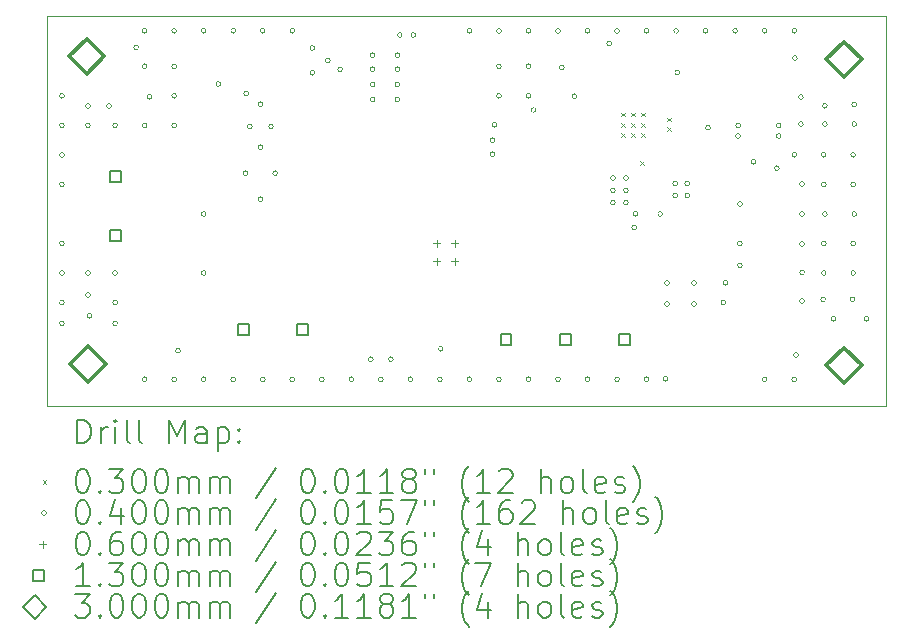
<source format=gbr>
%TF.GenerationSoftware,KiCad,Pcbnew,7.0.8*%
%TF.CreationDate,2023-11-17T13:56:43+01:00*%
%TF.ProjectId,shmoergh-dual-rail-psu,73686d6f-6572-4676-982d-6475616c2d72,rev?*%
%TF.SameCoordinates,Original*%
%TF.FileFunction,Drillmap*%
%TF.FilePolarity,Positive*%
%FSLAX45Y45*%
G04 Gerber Fmt 4.5, Leading zero omitted, Abs format (unit mm)*
G04 Created by KiCad (PCBNEW 7.0.8) date 2023-11-17 13:56:43*
%MOMM*%
%LPD*%
G01*
G04 APERTURE LIST*
%ADD10C,0.100000*%
%ADD11C,0.200000*%
%ADD12C,0.030000*%
%ADD13C,0.040000*%
%ADD14C,0.060000*%
%ADD15C,0.130000*%
%ADD16C,0.300000*%
G04 APERTURE END LIST*
D10*
X1900000Y-1500000D02*
X9000000Y-1500000D01*
X9000000Y-1500000D02*
X9000000Y-4800000D01*
X1900000Y-4800000D02*
X1900000Y-1500000D01*
X9000000Y-4800000D02*
X1900000Y-4800000D01*
D11*
D12*
X6761500Y-2320600D02*
X6791500Y-2350600D01*
X6791500Y-2320600D02*
X6761500Y-2350600D01*
X6761500Y-2405600D02*
X6791500Y-2435600D01*
X6791500Y-2405600D02*
X6761500Y-2435600D01*
X6761500Y-2490600D02*
X6791500Y-2520600D01*
X6791500Y-2490600D02*
X6761500Y-2520600D01*
X6846500Y-2320600D02*
X6876500Y-2350600D01*
X6876500Y-2320600D02*
X6846500Y-2350600D01*
X6846500Y-2405600D02*
X6876500Y-2435600D01*
X6876500Y-2405600D02*
X6846500Y-2435600D01*
X6846500Y-2490600D02*
X6876500Y-2520600D01*
X6876500Y-2490600D02*
X6846500Y-2520600D01*
X6921500Y-2730600D02*
X6951500Y-2760600D01*
X6951500Y-2730600D02*
X6921500Y-2760600D01*
X6931500Y-2320600D02*
X6961500Y-2350600D01*
X6961500Y-2320600D02*
X6931500Y-2350600D01*
X6931500Y-2405600D02*
X6961500Y-2435600D01*
X6961500Y-2405600D02*
X6931500Y-2435600D01*
X6931500Y-2490600D02*
X6961500Y-2520600D01*
X6961500Y-2490600D02*
X6931500Y-2520600D01*
X7151500Y-2360600D02*
X7181500Y-2390600D01*
X7181500Y-2360600D02*
X7151500Y-2390600D01*
X7151500Y-2440600D02*
X7181500Y-2470600D01*
X7181500Y-2440600D02*
X7151500Y-2470600D01*
D13*
X2046500Y-2175600D02*
G75*
G03*
X2046500Y-2175600I-20000J0D01*
G01*
X2046500Y-2425600D02*
G75*
G03*
X2046500Y-2425600I-20000J0D01*
G01*
X2046500Y-2675600D02*
G75*
G03*
X2046500Y-2675600I-20000J0D01*
G01*
X2046500Y-2925600D02*
G75*
G03*
X2046500Y-2925600I-20000J0D01*
G01*
X2046500Y-3425600D02*
G75*
G03*
X2046500Y-3425600I-20000J0D01*
G01*
X2046500Y-3675600D02*
G75*
G03*
X2046500Y-3675600I-20000J0D01*
G01*
X2046500Y-3925600D02*
G75*
G03*
X2046500Y-3925600I-20000J0D01*
G01*
X2046500Y-4102100D02*
G75*
G03*
X2046500Y-4102100I-20000J0D01*
G01*
X2266500Y-2260600D02*
G75*
G03*
X2266500Y-2260600I-20000J0D01*
G01*
X2266500Y-2425600D02*
G75*
G03*
X2266500Y-2425600I-20000J0D01*
G01*
X2266500Y-3675600D02*
G75*
G03*
X2266500Y-3675600I-20000J0D01*
G01*
X2266500Y-3860800D02*
G75*
G03*
X2266500Y-3860800I-20000J0D01*
G01*
X2280600Y-4038600D02*
G75*
G03*
X2280600Y-4038600I-20000J0D01*
G01*
X2445700Y-2260600D02*
G75*
G03*
X2445700Y-2260600I-20000J0D01*
G01*
X2496500Y-2425600D02*
G75*
G03*
X2496500Y-2425600I-20000J0D01*
G01*
X2496500Y-3675600D02*
G75*
G03*
X2496500Y-3675600I-20000J0D01*
G01*
X2496500Y-3925600D02*
G75*
G03*
X2496500Y-3925600I-20000J0D01*
G01*
X2496500Y-4102100D02*
G75*
G03*
X2496500Y-4102100I-20000J0D01*
G01*
X2674300Y-1765300D02*
G75*
G03*
X2674300Y-1765300I-20000J0D01*
G01*
X2746500Y-1625600D02*
G75*
G03*
X2746500Y-1625600I-20000J0D01*
G01*
X2746500Y-1925600D02*
G75*
G03*
X2746500Y-1925600I-20000J0D01*
G01*
X2746500Y-2425600D02*
G75*
G03*
X2746500Y-2425600I-20000J0D01*
G01*
X2746500Y-4575600D02*
G75*
G03*
X2746500Y-4575600I-20000J0D01*
G01*
X2788600Y-2184400D02*
G75*
G03*
X2788600Y-2184400I-20000J0D01*
G01*
X2996500Y-1625600D02*
G75*
G03*
X2996500Y-1625600I-20000J0D01*
G01*
X2996500Y-1925600D02*
G75*
G03*
X2996500Y-1925600I-20000J0D01*
G01*
X2996500Y-2175600D02*
G75*
G03*
X2996500Y-2175600I-20000J0D01*
G01*
X2996500Y-2425600D02*
G75*
G03*
X2996500Y-2425600I-20000J0D01*
G01*
X2996500Y-4575600D02*
G75*
G03*
X2996500Y-4575600I-20000J0D01*
G01*
X3029000Y-4333100D02*
G75*
G03*
X3029000Y-4333100I-20000J0D01*
G01*
X3246500Y-1625600D02*
G75*
G03*
X3246500Y-1625600I-20000J0D01*
G01*
X3246500Y-3175600D02*
G75*
G03*
X3246500Y-3175600I-20000J0D01*
G01*
X3246500Y-3675600D02*
G75*
G03*
X3246500Y-3675600I-20000J0D01*
G01*
X3246500Y-4575600D02*
G75*
G03*
X3246500Y-4575600I-20000J0D01*
G01*
X3371500Y-2075600D02*
G75*
G03*
X3371500Y-2075600I-20000J0D01*
G01*
X3496500Y-1625600D02*
G75*
G03*
X3496500Y-1625600I-20000J0D01*
G01*
X3496500Y-4575600D02*
G75*
G03*
X3496500Y-4575600I-20000J0D01*
G01*
X3601500Y-2830600D02*
G75*
G03*
X3601500Y-2830600I-20000J0D01*
G01*
X3606500Y-2155600D02*
G75*
G03*
X3606500Y-2155600I-20000J0D01*
G01*
X3636500Y-2435600D02*
G75*
G03*
X3636500Y-2435600I-20000J0D01*
G01*
X3726500Y-2245600D02*
G75*
G03*
X3726500Y-2245600I-20000J0D01*
G01*
X3726500Y-2610600D02*
G75*
G03*
X3726500Y-2610600I-20000J0D01*
G01*
X3726500Y-3050600D02*
G75*
G03*
X3726500Y-3050600I-20000J0D01*
G01*
X3746500Y-1625600D02*
G75*
G03*
X3746500Y-1625600I-20000J0D01*
G01*
X3746500Y-4575600D02*
G75*
G03*
X3746500Y-4575600I-20000J0D01*
G01*
X3816500Y-2435600D02*
G75*
G03*
X3816500Y-2435600I-20000J0D01*
G01*
X3851500Y-2830600D02*
G75*
G03*
X3851500Y-2830600I-20000J0D01*
G01*
X3996500Y-1625600D02*
G75*
G03*
X3996500Y-1625600I-20000J0D01*
G01*
X3996500Y-4575600D02*
G75*
G03*
X3996500Y-4575600I-20000J0D01*
G01*
X4166500Y-1770600D02*
G75*
G03*
X4166500Y-1770600I-20000J0D01*
G01*
X4166500Y-1980600D02*
G75*
G03*
X4166500Y-1980600I-20000J0D01*
G01*
X4246500Y-4575600D02*
G75*
G03*
X4246500Y-4575600I-20000J0D01*
G01*
X4296500Y-1875600D02*
G75*
G03*
X4296500Y-1875600I-20000J0D01*
G01*
X4401500Y-1950600D02*
G75*
G03*
X4401500Y-1950600I-20000J0D01*
G01*
X4496500Y-4575600D02*
G75*
G03*
X4496500Y-4575600I-20000J0D01*
G01*
X4661500Y-4405600D02*
G75*
G03*
X4661500Y-4405600I-20000J0D01*
G01*
X4676500Y-1830600D02*
G75*
G03*
X4676500Y-1830600I-20000J0D01*
G01*
X4676500Y-1950600D02*
G75*
G03*
X4676500Y-1950600I-20000J0D01*
G01*
X4676500Y-2080600D02*
G75*
G03*
X4676500Y-2080600I-20000J0D01*
G01*
X4676500Y-2205600D02*
G75*
G03*
X4676500Y-2205600I-20000J0D01*
G01*
X4746500Y-4575600D02*
G75*
G03*
X4746500Y-4575600I-20000J0D01*
G01*
X4831500Y-4405600D02*
G75*
G03*
X4831500Y-4405600I-20000J0D01*
G01*
X4886500Y-1830600D02*
G75*
G03*
X4886500Y-1830600I-20000J0D01*
G01*
X4886500Y-1950600D02*
G75*
G03*
X4886500Y-1950600I-20000J0D01*
G01*
X4886500Y-2080600D02*
G75*
G03*
X4886500Y-2080600I-20000J0D01*
G01*
X4886500Y-2205600D02*
G75*
G03*
X4886500Y-2205600I-20000J0D01*
G01*
X4906500Y-1660600D02*
G75*
G03*
X4906500Y-1660600I-20000J0D01*
G01*
X4996500Y-4575600D02*
G75*
G03*
X4996500Y-4575600I-20000J0D01*
G01*
X5021500Y-1660600D02*
G75*
G03*
X5021500Y-1660600I-20000J0D01*
G01*
X5246500Y-4575600D02*
G75*
G03*
X5246500Y-4575600I-20000J0D01*
G01*
X5254000Y-4318100D02*
G75*
G03*
X5254000Y-4318100I-20000J0D01*
G01*
X5496500Y-1625600D02*
G75*
G03*
X5496500Y-1625600I-20000J0D01*
G01*
X5496500Y-4575600D02*
G75*
G03*
X5496500Y-4575600I-20000J0D01*
G01*
X5691500Y-2550600D02*
G75*
G03*
X5691500Y-2550600I-20000J0D01*
G01*
X5691500Y-2670600D02*
G75*
G03*
X5691500Y-2670600I-20000J0D01*
G01*
X5709000Y-2420600D02*
G75*
G03*
X5709000Y-2420600I-20000J0D01*
G01*
X5746500Y-1625600D02*
G75*
G03*
X5746500Y-1625600I-20000J0D01*
G01*
X5746500Y-1925600D02*
G75*
G03*
X5746500Y-1925600I-20000J0D01*
G01*
X5746500Y-2175600D02*
G75*
G03*
X5746500Y-2175600I-20000J0D01*
G01*
X5746500Y-4575600D02*
G75*
G03*
X5746500Y-4575600I-20000J0D01*
G01*
X5996500Y-1625600D02*
G75*
G03*
X5996500Y-1625600I-20000J0D01*
G01*
X5996500Y-1925600D02*
G75*
G03*
X5996500Y-1925600I-20000J0D01*
G01*
X5996500Y-2175600D02*
G75*
G03*
X5996500Y-2175600I-20000J0D01*
G01*
X5996500Y-4575600D02*
G75*
G03*
X5996500Y-4575600I-20000J0D01*
G01*
X6039000Y-2295600D02*
G75*
G03*
X6039000Y-2295600I-20000J0D01*
G01*
X6246500Y-1625600D02*
G75*
G03*
X6246500Y-1625600I-20000J0D01*
G01*
X6246500Y-4575600D02*
G75*
G03*
X6246500Y-4575600I-20000J0D01*
G01*
X6279000Y-1935600D02*
G75*
G03*
X6279000Y-1935600I-20000J0D01*
G01*
X6384000Y-2178100D02*
G75*
G03*
X6384000Y-2178100I-20000J0D01*
G01*
X6496500Y-1625600D02*
G75*
G03*
X6496500Y-1625600I-20000J0D01*
G01*
X6496500Y-4575600D02*
G75*
G03*
X6496500Y-4575600I-20000J0D01*
G01*
X6679000Y-1733100D02*
G75*
G03*
X6679000Y-1733100I-20000J0D01*
G01*
X6711500Y-2870600D02*
G75*
G03*
X6711500Y-2870600I-20000J0D01*
G01*
X6711500Y-2975600D02*
G75*
G03*
X6711500Y-2975600I-20000J0D01*
G01*
X6711500Y-3080600D02*
G75*
G03*
X6711500Y-3080600I-20000J0D01*
G01*
X6746500Y-1625600D02*
G75*
G03*
X6746500Y-1625600I-20000J0D01*
G01*
X6746500Y-4575600D02*
G75*
G03*
X6746500Y-4575600I-20000J0D01*
G01*
X6821500Y-2870600D02*
G75*
G03*
X6821500Y-2870600I-20000J0D01*
G01*
X6821500Y-2975600D02*
G75*
G03*
X6821500Y-2975600I-20000J0D01*
G01*
X6821500Y-3080600D02*
G75*
G03*
X6821500Y-3080600I-20000J0D01*
G01*
X6891500Y-3290600D02*
G75*
G03*
X6891500Y-3290600I-20000J0D01*
G01*
X6901500Y-3175600D02*
G75*
G03*
X6901500Y-3175600I-20000J0D01*
G01*
X6996500Y-1625600D02*
G75*
G03*
X6996500Y-1625600I-20000J0D01*
G01*
X6996500Y-4575600D02*
G75*
G03*
X6996500Y-4575600I-20000J0D01*
G01*
X7111500Y-3175600D02*
G75*
G03*
X7111500Y-3175600I-20000J0D01*
G01*
X7157390Y-4572080D02*
G75*
G03*
X7157390Y-4572080I-20000J0D01*
G01*
X7170100Y-3759200D02*
G75*
G03*
X7170100Y-3759200I-20000J0D01*
G01*
X7170100Y-3937000D02*
G75*
G03*
X7170100Y-3937000I-20000J0D01*
G01*
X7239000Y-2918100D02*
G75*
G03*
X7239000Y-2918100I-20000J0D01*
G01*
X7239000Y-3020600D02*
G75*
G03*
X7239000Y-3020600I-20000J0D01*
G01*
X7246500Y-1625600D02*
G75*
G03*
X7246500Y-1625600I-20000J0D01*
G01*
X7256500Y-1979350D02*
G75*
G03*
X7256500Y-1979350I-20000J0D01*
G01*
X7341500Y-2918100D02*
G75*
G03*
X7341500Y-2918100I-20000J0D01*
G01*
X7341500Y-3020600D02*
G75*
G03*
X7341500Y-3020600I-20000J0D01*
G01*
X7398700Y-3759200D02*
G75*
G03*
X7398700Y-3759200I-20000J0D01*
G01*
X7398700Y-3937000D02*
G75*
G03*
X7398700Y-3937000I-20000J0D01*
G01*
X7496500Y-1625600D02*
G75*
G03*
X7496500Y-1625600I-20000J0D01*
G01*
X7516500Y-2445600D02*
G75*
G03*
X7516500Y-2445600I-20000J0D01*
G01*
X7646500Y-3925600D02*
G75*
G03*
X7646500Y-3925600I-20000J0D01*
G01*
X7665400Y-3759200D02*
G75*
G03*
X7665400Y-3759200I-20000J0D01*
G01*
X7746500Y-1625600D02*
G75*
G03*
X7746500Y-1625600I-20000J0D01*
G01*
X7771500Y-2425600D02*
G75*
G03*
X7771500Y-2425600I-20000J0D01*
G01*
X7771500Y-2515600D02*
G75*
G03*
X7771500Y-2515600I-20000J0D01*
G01*
X7786500Y-3090600D02*
G75*
G03*
X7786500Y-3090600I-20000J0D01*
G01*
X7786500Y-3425600D02*
G75*
G03*
X7786500Y-3425600I-20000J0D01*
G01*
X7786500Y-3610600D02*
G75*
G03*
X7786500Y-3610600I-20000J0D01*
G01*
X7901500Y-2735600D02*
G75*
G03*
X7901500Y-2735600I-20000J0D01*
G01*
X7996500Y-1625600D02*
G75*
G03*
X7996500Y-1625600I-20000J0D01*
G01*
X7996500Y-4575600D02*
G75*
G03*
X7996500Y-4575600I-20000J0D01*
G01*
X8099000Y-2788100D02*
G75*
G03*
X8099000Y-2788100I-20000J0D01*
G01*
X8114000Y-2425600D02*
G75*
G03*
X8114000Y-2425600I-20000J0D01*
G01*
X8114000Y-2515600D02*
G75*
G03*
X8114000Y-2515600I-20000J0D01*
G01*
X8246500Y-1625600D02*
G75*
G03*
X8246500Y-1625600I-20000J0D01*
G01*
X8246500Y-2675600D02*
G75*
G03*
X8246500Y-2675600I-20000J0D01*
G01*
X8246500Y-4575600D02*
G75*
G03*
X8246500Y-4575600I-20000J0D01*
G01*
X8251500Y-1856000D02*
G75*
G03*
X8251500Y-1856000I-20000J0D01*
G01*
X8262300Y-4368800D02*
G75*
G03*
X8262300Y-4368800I-20000J0D01*
G01*
X8302300Y-2186200D02*
G75*
G03*
X8302300Y-2186200I-20000J0D01*
G01*
X8302300Y-2414800D02*
G75*
G03*
X8302300Y-2414800I-20000J0D01*
G01*
X8313100Y-2922800D02*
G75*
G03*
X8313100Y-2922800I-20000J0D01*
G01*
X8313100Y-3176800D02*
G75*
G03*
X8313100Y-3176800I-20000J0D01*
G01*
X8313100Y-3430800D02*
G75*
G03*
X8313100Y-3430800I-20000J0D01*
G01*
X8313100Y-3670300D02*
G75*
G03*
X8313100Y-3670300I-20000J0D01*
G01*
X8313100Y-3911600D02*
G75*
G03*
X8313100Y-3911600I-20000J0D01*
G01*
X8490900Y-3898900D02*
G75*
G03*
X8490900Y-3898900I-20000J0D01*
G01*
X8496500Y-2675600D02*
G75*
G03*
X8496500Y-2675600I-20000J0D01*
G01*
X8496500Y-2925600D02*
G75*
G03*
X8496500Y-2925600I-20000J0D01*
G01*
X8496500Y-3425600D02*
G75*
G03*
X8496500Y-3425600I-20000J0D01*
G01*
X8496500Y-3675600D02*
G75*
G03*
X8496500Y-3675600I-20000J0D01*
G01*
X8505500Y-2260600D02*
G75*
G03*
X8505500Y-2260600I-20000J0D01*
G01*
X8505500Y-2414800D02*
G75*
G03*
X8505500Y-2414800I-20000J0D01*
G01*
X8505500Y-3176800D02*
G75*
G03*
X8505500Y-3176800I-20000J0D01*
G01*
X8579800Y-4064000D02*
G75*
G03*
X8579800Y-4064000I-20000J0D01*
G01*
X8740065Y-3898900D02*
G75*
G03*
X8740065Y-3898900I-20000J0D01*
G01*
X8745665Y-2675600D02*
G75*
G03*
X8745665Y-2675600I-20000J0D01*
G01*
X8745665Y-2925600D02*
G75*
G03*
X8745665Y-2925600I-20000J0D01*
G01*
X8745665Y-3425600D02*
G75*
G03*
X8745665Y-3425600I-20000J0D01*
G01*
X8745665Y-3675600D02*
G75*
G03*
X8745665Y-3675600I-20000J0D01*
G01*
X8754665Y-2247900D02*
G75*
G03*
X8754665Y-2247900I-20000J0D01*
G01*
X8754665Y-2414800D02*
G75*
G03*
X8754665Y-2414800I-20000J0D01*
G01*
X8754665Y-3176800D02*
G75*
G03*
X8754665Y-3176800I-20000J0D01*
G01*
X8859200Y-4064000D02*
G75*
G03*
X8859200Y-4064000I-20000J0D01*
G01*
D14*
X5201500Y-3395600D02*
X5201500Y-3455600D01*
X5171500Y-3425600D02*
X5231500Y-3425600D01*
X5201500Y-3545600D02*
X5201500Y-3605600D01*
X5171500Y-3575600D02*
X5231500Y-3575600D01*
X5351500Y-3395600D02*
X5351500Y-3455600D01*
X5321500Y-3425600D02*
X5381500Y-3425600D01*
X5351500Y-3545600D02*
X5351500Y-3605600D01*
X5321500Y-3575600D02*
X5381500Y-3575600D01*
D15*
X2522462Y-2901562D02*
X2522462Y-2809638D01*
X2430538Y-2809638D01*
X2430538Y-2901562D01*
X2522462Y-2901562D01*
X2522462Y-3401562D02*
X2522462Y-3309638D01*
X2430538Y-3309638D01*
X2430538Y-3401562D01*
X2522462Y-3401562D01*
X3609962Y-4196562D02*
X3609962Y-4104638D01*
X3518038Y-4104638D01*
X3518038Y-4196562D01*
X3609962Y-4196562D01*
X4109962Y-4196562D02*
X4109962Y-4104638D01*
X4018038Y-4104638D01*
X4018038Y-4196562D01*
X4109962Y-4196562D01*
X5832462Y-4287762D02*
X5832462Y-4195838D01*
X5740538Y-4195838D01*
X5740538Y-4287762D01*
X5832462Y-4287762D01*
X6332462Y-4287762D02*
X6332462Y-4195838D01*
X6240538Y-4195838D01*
X6240538Y-4287762D01*
X6332462Y-4287762D01*
X6832462Y-4287762D02*
X6832462Y-4195838D01*
X6740538Y-4195838D01*
X6740538Y-4287762D01*
X6832462Y-4287762D01*
D16*
X2235200Y-1991500D02*
X2385200Y-1841500D01*
X2235200Y-1691500D01*
X2085200Y-1841500D01*
X2235200Y-1991500D01*
X2247900Y-4595000D02*
X2397900Y-4445000D01*
X2247900Y-4295000D01*
X2097900Y-4445000D01*
X2247900Y-4595000D01*
X8648700Y-2016900D02*
X8798700Y-1866900D01*
X8648700Y-1716900D01*
X8498700Y-1866900D01*
X8648700Y-2016900D01*
X8648700Y-4607700D02*
X8798700Y-4457700D01*
X8648700Y-4307700D01*
X8498700Y-4457700D01*
X8648700Y-4607700D01*
D11*
X2155777Y-5116484D02*
X2155777Y-4916484D01*
X2155777Y-4916484D02*
X2203396Y-4916484D01*
X2203396Y-4916484D02*
X2231967Y-4926008D01*
X2231967Y-4926008D02*
X2251015Y-4945055D01*
X2251015Y-4945055D02*
X2260539Y-4964103D01*
X2260539Y-4964103D02*
X2270063Y-5002198D01*
X2270063Y-5002198D02*
X2270063Y-5030770D01*
X2270063Y-5030770D02*
X2260539Y-5068865D01*
X2260539Y-5068865D02*
X2251015Y-5087912D01*
X2251015Y-5087912D02*
X2231967Y-5106960D01*
X2231967Y-5106960D02*
X2203396Y-5116484D01*
X2203396Y-5116484D02*
X2155777Y-5116484D01*
X2355777Y-5116484D02*
X2355777Y-4983150D01*
X2355777Y-5021246D02*
X2365301Y-5002198D01*
X2365301Y-5002198D02*
X2374824Y-4992674D01*
X2374824Y-4992674D02*
X2393872Y-4983150D01*
X2393872Y-4983150D02*
X2412920Y-4983150D01*
X2479586Y-5116484D02*
X2479586Y-4983150D01*
X2479586Y-4916484D02*
X2470063Y-4926008D01*
X2470063Y-4926008D02*
X2479586Y-4935531D01*
X2479586Y-4935531D02*
X2489110Y-4926008D01*
X2489110Y-4926008D02*
X2479586Y-4916484D01*
X2479586Y-4916484D02*
X2479586Y-4935531D01*
X2603396Y-5116484D02*
X2584348Y-5106960D01*
X2584348Y-5106960D02*
X2574824Y-5087912D01*
X2574824Y-5087912D02*
X2574824Y-4916484D01*
X2708158Y-5116484D02*
X2689110Y-5106960D01*
X2689110Y-5106960D02*
X2679586Y-5087912D01*
X2679586Y-5087912D02*
X2679586Y-4916484D01*
X2936729Y-5116484D02*
X2936729Y-4916484D01*
X2936729Y-4916484D02*
X3003396Y-5059341D01*
X3003396Y-5059341D02*
X3070062Y-4916484D01*
X3070062Y-4916484D02*
X3070062Y-5116484D01*
X3251015Y-5116484D02*
X3251015Y-5011722D01*
X3251015Y-5011722D02*
X3241491Y-4992674D01*
X3241491Y-4992674D02*
X3222443Y-4983150D01*
X3222443Y-4983150D02*
X3184348Y-4983150D01*
X3184348Y-4983150D02*
X3165301Y-4992674D01*
X3251015Y-5106960D02*
X3231967Y-5116484D01*
X3231967Y-5116484D02*
X3184348Y-5116484D01*
X3184348Y-5116484D02*
X3165301Y-5106960D01*
X3165301Y-5106960D02*
X3155777Y-5087912D01*
X3155777Y-5087912D02*
X3155777Y-5068865D01*
X3155777Y-5068865D02*
X3165301Y-5049817D01*
X3165301Y-5049817D02*
X3184348Y-5040293D01*
X3184348Y-5040293D02*
X3231967Y-5040293D01*
X3231967Y-5040293D02*
X3251015Y-5030770D01*
X3346253Y-4983150D02*
X3346253Y-5183150D01*
X3346253Y-4992674D02*
X3365301Y-4983150D01*
X3365301Y-4983150D02*
X3403396Y-4983150D01*
X3403396Y-4983150D02*
X3422443Y-4992674D01*
X3422443Y-4992674D02*
X3431967Y-5002198D01*
X3431967Y-5002198D02*
X3441491Y-5021246D01*
X3441491Y-5021246D02*
X3441491Y-5078389D01*
X3441491Y-5078389D02*
X3431967Y-5097436D01*
X3431967Y-5097436D02*
X3422443Y-5106960D01*
X3422443Y-5106960D02*
X3403396Y-5116484D01*
X3403396Y-5116484D02*
X3365301Y-5116484D01*
X3365301Y-5116484D02*
X3346253Y-5106960D01*
X3527205Y-5097436D02*
X3536729Y-5106960D01*
X3536729Y-5106960D02*
X3527205Y-5116484D01*
X3527205Y-5116484D02*
X3517682Y-5106960D01*
X3517682Y-5106960D02*
X3527205Y-5097436D01*
X3527205Y-5097436D02*
X3527205Y-5116484D01*
X3527205Y-4992674D02*
X3536729Y-5002198D01*
X3536729Y-5002198D02*
X3527205Y-5011722D01*
X3527205Y-5011722D02*
X3517682Y-5002198D01*
X3517682Y-5002198D02*
X3527205Y-4992674D01*
X3527205Y-4992674D02*
X3527205Y-5011722D01*
D12*
X1865000Y-5430000D02*
X1895000Y-5460000D01*
X1895000Y-5430000D02*
X1865000Y-5460000D01*
D11*
X2193872Y-5336484D02*
X2212920Y-5336484D01*
X2212920Y-5336484D02*
X2231967Y-5346008D01*
X2231967Y-5346008D02*
X2241491Y-5355531D01*
X2241491Y-5355531D02*
X2251015Y-5374579D01*
X2251015Y-5374579D02*
X2260539Y-5412674D01*
X2260539Y-5412674D02*
X2260539Y-5460293D01*
X2260539Y-5460293D02*
X2251015Y-5498389D01*
X2251015Y-5498389D02*
X2241491Y-5517436D01*
X2241491Y-5517436D02*
X2231967Y-5526960D01*
X2231967Y-5526960D02*
X2212920Y-5536484D01*
X2212920Y-5536484D02*
X2193872Y-5536484D01*
X2193872Y-5536484D02*
X2174824Y-5526960D01*
X2174824Y-5526960D02*
X2165301Y-5517436D01*
X2165301Y-5517436D02*
X2155777Y-5498389D01*
X2155777Y-5498389D02*
X2146253Y-5460293D01*
X2146253Y-5460293D02*
X2146253Y-5412674D01*
X2146253Y-5412674D02*
X2155777Y-5374579D01*
X2155777Y-5374579D02*
X2165301Y-5355531D01*
X2165301Y-5355531D02*
X2174824Y-5346008D01*
X2174824Y-5346008D02*
X2193872Y-5336484D01*
X2346253Y-5517436D02*
X2355777Y-5526960D01*
X2355777Y-5526960D02*
X2346253Y-5536484D01*
X2346253Y-5536484D02*
X2336729Y-5526960D01*
X2336729Y-5526960D02*
X2346253Y-5517436D01*
X2346253Y-5517436D02*
X2346253Y-5536484D01*
X2422444Y-5336484D02*
X2546253Y-5336484D01*
X2546253Y-5336484D02*
X2479586Y-5412674D01*
X2479586Y-5412674D02*
X2508158Y-5412674D01*
X2508158Y-5412674D02*
X2527205Y-5422198D01*
X2527205Y-5422198D02*
X2536729Y-5431722D01*
X2536729Y-5431722D02*
X2546253Y-5450770D01*
X2546253Y-5450770D02*
X2546253Y-5498389D01*
X2546253Y-5498389D02*
X2536729Y-5517436D01*
X2536729Y-5517436D02*
X2527205Y-5526960D01*
X2527205Y-5526960D02*
X2508158Y-5536484D01*
X2508158Y-5536484D02*
X2451015Y-5536484D01*
X2451015Y-5536484D02*
X2431967Y-5526960D01*
X2431967Y-5526960D02*
X2422444Y-5517436D01*
X2670063Y-5336484D02*
X2689110Y-5336484D01*
X2689110Y-5336484D02*
X2708158Y-5346008D01*
X2708158Y-5346008D02*
X2717682Y-5355531D01*
X2717682Y-5355531D02*
X2727205Y-5374579D01*
X2727205Y-5374579D02*
X2736729Y-5412674D01*
X2736729Y-5412674D02*
X2736729Y-5460293D01*
X2736729Y-5460293D02*
X2727205Y-5498389D01*
X2727205Y-5498389D02*
X2717682Y-5517436D01*
X2717682Y-5517436D02*
X2708158Y-5526960D01*
X2708158Y-5526960D02*
X2689110Y-5536484D01*
X2689110Y-5536484D02*
X2670063Y-5536484D01*
X2670063Y-5536484D02*
X2651015Y-5526960D01*
X2651015Y-5526960D02*
X2641491Y-5517436D01*
X2641491Y-5517436D02*
X2631967Y-5498389D01*
X2631967Y-5498389D02*
X2622444Y-5460293D01*
X2622444Y-5460293D02*
X2622444Y-5412674D01*
X2622444Y-5412674D02*
X2631967Y-5374579D01*
X2631967Y-5374579D02*
X2641491Y-5355531D01*
X2641491Y-5355531D02*
X2651015Y-5346008D01*
X2651015Y-5346008D02*
X2670063Y-5336484D01*
X2860539Y-5336484D02*
X2879586Y-5336484D01*
X2879586Y-5336484D02*
X2898634Y-5346008D01*
X2898634Y-5346008D02*
X2908158Y-5355531D01*
X2908158Y-5355531D02*
X2917682Y-5374579D01*
X2917682Y-5374579D02*
X2927205Y-5412674D01*
X2927205Y-5412674D02*
X2927205Y-5460293D01*
X2927205Y-5460293D02*
X2917682Y-5498389D01*
X2917682Y-5498389D02*
X2908158Y-5517436D01*
X2908158Y-5517436D02*
X2898634Y-5526960D01*
X2898634Y-5526960D02*
X2879586Y-5536484D01*
X2879586Y-5536484D02*
X2860539Y-5536484D01*
X2860539Y-5536484D02*
X2841491Y-5526960D01*
X2841491Y-5526960D02*
X2831967Y-5517436D01*
X2831967Y-5517436D02*
X2822443Y-5498389D01*
X2822443Y-5498389D02*
X2812920Y-5460293D01*
X2812920Y-5460293D02*
X2812920Y-5412674D01*
X2812920Y-5412674D02*
X2822443Y-5374579D01*
X2822443Y-5374579D02*
X2831967Y-5355531D01*
X2831967Y-5355531D02*
X2841491Y-5346008D01*
X2841491Y-5346008D02*
X2860539Y-5336484D01*
X3012920Y-5536484D02*
X3012920Y-5403150D01*
X3012920Y-5422198D02*
X3022443Y-5412674D01*
X3022443Y-5412674D02*
X3041491Y-5403150D01*
X3041491Y-5403150D02*
X3070063Y-5403150D01*
X3070063Y-5403150D02*
X3089110Y-5412674D01*
X3089110Y-5412674D02*
X3098634Y-5431722D01*
X3098634Y-5431722D02*
X3098634Y-5536484D01*
X3098634Y-5431722D02*
X3108158Y-5412674D01*
X3108158Y-5412674D02*
X3127205Y-5403150D01*
X3127205Y-5403150D02*
X3155777Y-5403150D01*
X3155777Y-5403150D02*
X3174824Y-5412674D01*
X3174824Y-5412674D02*
X3184348Y-5431722D01*
X3184348Y-5431722D02*
X3184348Y-5536484D01*
X3279586Y-5536484D02*
X3279586Y-5403150D01*
X3279586Y-5422198D02*
X3289110Y-5412674D01*
X3289110Y-5412674D02*
X3308158Y-5403150D01*
X3308158Y-5403150D02*
X3336729Y-5403150D01*
X3336729Y-5403150D02*
X3355777Y-5412674D01*
X3355777Y-5412674D02*
X3365301Y-5431722D01*
X3365301Y-5431722D02*
X3365301Y-5536484D01*
X3365301Y-5431722D02*
X3374824Y-5412674D01*
X3374824Y-5412674D02*
X3393872Y-5403150D01*
X3393872Y-5403150D02*
X3422443Y-5403150D01*
X3422443Y-5403150D02*
X3441491Y-5412674D01*
X3441491Y-5412674D02*
X3451015Y-5431722D01*
X3451015Y-5431722D02*
X3451015Y-5536484D01*
X3841491Y-5326960D02*
X3670063Y-5584103D01*
X4098634Y-5336484D02*
X4117682Y-5336484D01*
X4117682Y-5336484D02*
X4136729Y-5346008D01*
X4136729Y-5346008D02*
X4146253Y-5355531D01*
X4146253Y-5355531D02*
X4155777Y-5374579D01*
X4155777Y-5374579D02*
X4165301Y-5412674D01*
X4165301Y-5412674D02*
X4165301Y-5460293D01*
X4165301Y-5460293D02*
X4155777Y-5498389D01*
X4155777Y-5498389D02*
X4146253Y-5517436D01*
X4146253Y-5517436D02*
X4136729Y-5526960D01*
X4136729Y-5526960D02*
X4117682Y-5536484D01*
X4117682Y-5536484D02*
X4098634Y-5536484D01*
X4098634Y-5536484D02*
X4079586Y-5526960D01*
X4079586Y-5526960D02*
X4070063Y-5517436D01*
X4070063Y-5517436D02*
X4060539Y-5498389D01*
X4060539Y-5498389D02*
X4051015Y-5460293D01*
X4051015Y-5460293D02*
X4051015Y-5412674D01*
X4051015Y-5412674D02*
X4060539Y-5374579D01*
X4060539Y-5374579D02*
X4070063Y-5355531D01*
X4070063Y-5355531D02*
X4079586Y-5346008D01*
X4079586Y-5346008D02*
X4098634Y-5336484D01*
X4251015Y-5517436D02*
X4260539Y-5526960D01*
X4260539Y-5526960D02*
X4251015Y-5536484D01*
X4251015Y-5536484D02*
X4241491Y-5526960D01*
X4241491Y-5526960D02*
X4251015Y-5517436D01*
X4251015Y-5517436D02*
X4251015Y-5536484D01*
X4384348Y-5336484D02*
X4403396Y-5336484D01*
X4403396Y-5336484D02*
X4422444Y-5346008D01*
X4422444Y-5346008D02*
X4431968Y-5355531D01*
X4431968Y-5355531D02*
X4441491Y-5374579D01*
X4441491Y-5374579D02*
X4451015Y-5412674D01*
X4451015Y-5412674D02*
X4451015Y-5460293D01*
X4451015Y-5460293D02*
X4441491Y-5498389D01*
X4441491Y-5498389D02*
X4431968Y-5517436D01*
X4431968Y-5517436D02*
X4422444Y-5526960D01*
X4422444Y-5526960D02*
X4403396Y-5536484D01*
X4403396Y-5536484D02*
X4384348Y-5536484D01*
X4384348Y-5536484D02*
X4365301Y-5526960D01*
X4365301Y-5526960D02*
X4355777Y-5517436D01*
X4355777Y-5517436D02*
X4346253Y-5498389D01*
X4346253Y-5498389D02*
X4336729Y-5460293D01*
X4336729Y-5460293D02*
X4336729Y-5412674D01*
X4336729Y-5412674D02*
X4346253Y-5374579D01*
X4346253Y-5374579D02*
X4355777Y-5355531D01*
X4355777Y-5355531D02*
X4365301Y-5346008D01*
X4365301Y-5346008D02*
X4384348Y-5336484D01*
X4641491Y-5536484D02*
X4527206Y-5536484D01*
X4584348Y-5536484D02*
X4584348Y-5336484D01*
X4584348Y-5336484D02*
X4565301Y-5365055D01*
X4565301Y-5365055D02*
X4546253Y-5384103D01*
X4546253Y-5384103D02*
X4527206Y-5393627D01*
X4831968Y-5536484D02*
X4717682Y-5536484D01*
X4774825Y-5536484D02*
X4774825Y-5336484D01*
X4774825Y-5336484D02*
X4755777Y-5365055D01*
X4755777Y-5365055D02*
X4736729Y-5384103D01*
X4736729Y-5384103D02*
X4717682Y-5393627D01*
X4946253Y-5422198D02*
X4927206Y-5412674D01*
X4927206Y-5412674D02*
X4917682Y-5403150D01*
X4917682Y-5403150D02*
X4908158Y-5384103D01*
X4908158Y-5384103D02*
X4908158Y-5374579D01*
X4908158Y-5374579D02*
X4917682Y-5355531D01*
X4917682Y-5355531D02*
X4927206Y-5346008D01*
X4927206Y-5346008D02*
X4946253Y-5336484D01*
X4946253Y-5336484D02*
X4984349Y-5336484D01*
X4984349Y-5336484D02*
X5003396Y-5346008D01*
X5003396Y-5346008D02*
X5012920Y-5355531D01*
X5012920Y-5355531D02*
X5022444Y-5374579D01*
X5022444Y-5374579D02*
X5022444Y-5384103D01*
X5022444Y-5384103D02*
X5012920Y-5403150D01*
X5012920Y-5403150D02*
X5003396Y-5412674D01*
X5003396Y-5412674D02*
X4984349Y-5422198D01*
X4984349Y-5422198D02*
X4946253Y-5422198D01*
X4946253Y-5422198D02*
X4927206Y-5431722D01*
X4927206Y-5431722D02*
X4917682Y-5441246D01*
X4917682Y-5441246D02*
X4908158Y-5460293D01*
X4908158Y-5460293D02*
X4908158Y-5498389D01*
X4908158Y-5498389D02*
X4917682Y-5517436D01*
X4917682Y-5517436D02*
X4927206Y-5526960D01*
X4927206Y-5526960D02*
X4946253Y-5536484D01*
X4946253Y-5536484D02*
X4984349Y-5536484D01*
X4984349Y-5536484D02*
X5003396Y-5526960D01*
X5003396Y-5526960D02*
X5012920Y-5517436D01*
X5012920Y-5517436D02*
X5022444Y-5498389D01*
X5022444Y-5498389D02*
X5022444Y-5460293D01*
X5022444Y-5460293D02*
X5012920Y-5441246D01*
X5012920Y-5441246D02*
X5003396Y-5431722D01*
X5003396Y-5431722D02*
X4984349Y-5422198D01*
X5098634Y-5336484D02*
X5098634Y-5374579D01*
X5174825Y-5336484D02*
X5174825Y-5374579D01*
X5470063Y-5612674D02*
X5460539Y-5603150D01*
X5460539Y-5603150D02*
X5441491Y-5574579D01*
X5441491Y-5574579D02*
X5431968Y-5555531D01*
X5431968Y-5555531D02*
X5422444Y-5526960D01*
X5422444Y-5526960D02*
X5412920Y-5479341D01*
X5412920Y-5479341D02*
X5412920Y-5441246D01*
X5412920Y-5441246D02*
X5422444Y-5393627D01*
X5422444Y-5393627D02*
X5431968Y-5365055D01*
X5431968Y-5365055D02*
X5441491Y-5346008D01*
X5441491Y-5346008D02*
X5460539Y-5317436D01*
X5460539Y-5317436D02*
X5470063Y-5307912D01*
X5651015Y-5536484D02*
X5536730Y-5536484D01*
X5593872Y-5536484D02*
X5593872Y-5336484D01*
X5593872Y-5336484D02*
X5574825Y-5365055D01*
X5574825Y-5365055D02*
X5555777Y-5384103D01*
X5555777Y-5384103D02*
X5536730Y-5393627D01*
X5727206Y-5355531D02*
X5736729Y-5346008D01*
X5736729Y-5346008D02*
X5755777Y-5336484D01*
X5755777Y-5336484D02*
X5803396Y-5336484D01*
X5803396Y-5336484D02*
X5822444Y-5346008D01*
X5822444Y-5346008D02*
X5831968Y-5355531D01*
X5831968Y-5355531D02*
X5841491Y-5374579D01*
X5841491Y-5374579D02*
X5841491Y-5393627D01*
X5841491Y-5393627D02*
X5831968Y-5422198D01*
X5831968Y-5422198D02*
X5717682Y-5536484D01*
X5717682Y-5536484D02*
X5841491Y-5536484D01*
X6079587Y-5536484D02*
X6079587Y-5336484D01*
X6165301Y-5536484D02*
X6165301Y-5431722D01*
X6165301Y-5431722D02*
X6155777Y-5412674D01*
X6155777Y-5412674D02*
X6136730Y-5403150D01*
X6136730Y-5403150D02*
X6108158Y-5403150D01*
X6108158Y-5403150D02*
X6089110Y-5412674D01*
X6089110Y-5412674D02*
X6079587Y-5422198D01*
X6289110Y-5536484D02*
X6270063Y-5526960D01*
X6270063Y-5526960D02*
X6260539Y-5517436D01*
X6260539Y-5517436D02*
X6251015Y-5498389D01*
X6251015Y-5498389D02*
X6251015Y-5441246D01*
X6251015Y-5441246D02*
X6260539Y-5422198D01*
X6260539Y-5422198D02*
X6270063Y-5412674D01*
X6270063Y-5412674D02*
X6289110Y-5403150D01*
X6289110Y-5403150D02*
X6317682Y-5403150D01*
X6317682Y-5403150D02*
X6336730Y-5412674D01*
X6336730Y-5412674D02*
X6346253Y-5422198D01*
X6346253Y-5422198D02*
X6355777Y-5441246D01*
X6355777Y-5441246D02*
X6355777Y-5498389D01*
X6355777Y-5498389D02*
X6346253Y-5517436D01*
X6346253Y-5517436D02*
X6336730Y-5526960D01*
X6336730Y-5526960D02*
X6317682Y-5536484D01*
X6317682Y-5536484D02*
X6289110Y-5536484D01*
X6470063Y-5536484D02*
X6451015Y-5526960D01*
X6451015Y-5526960D02*
X6441491Y-5507912D01*
X6441491Y-5507912D02*
X6441491Y-5336484D01*
X6622444Y-5526960D02*
X6603396Y-5536484D01*
X6603396Y-5536484D02*
X6565301Y-5536484D01*
X6565301Y-5536484D02*
X6546253Y-5526960D01*
X6546253Y-5526960D02*
X6536730Y-5507912D01*
X6536730Y-5507912D02*
X6536730Y-5431722D01*
X6536730Y-5431722D02*
X6546253Y-5412674D01*
X6546253Y-5412674D02*
X6565301Y-5403150D01*
X6565301Y-5403150D02*
X6603396Y-5403150D01*
X6603396Y-5403150D02*
X6622444Y-5412674D01*
X6622444Y-5412674D02*
X6631968Y-5431722D01*
X6631968Y-5431722D02*
X6631968Y-5450770D01*
X6631968Y-5450770D02*
X6536730Y-5469817D01*
X6708158Y-5526960D02*
X6727206Y-5536484D01*
X6727206Y-5536484D02*
X6765301Y-5536484D01*
X6765301Y-5536484D02*
X6784349Y-5526960D01*
X6784349Y-5526960D02*
X6793872Y-5507912D01*
X6793872Y-5507912D02*
X6793872Y-5498389D01*
X6793872Y-5498389D02*
X6784349Y-5479341D01*
X6784349Y-5479341D02*
X6765301Y-5469817D01*
X6765301Y-5469817D02*
X6736730Y-5469817D01*
X6736730Y-5469817D02*
X6717682Y-5460293D01*
X6717682Y-5460293D02*
X6708158Y-5441246D01*
X6708158Y-5441246D02*
X6708158Y-5431722D01*
X6708158Y-5431722D02*
X6717682Y-5412674D01*
X6717682Y-5412674D02*
X6736730Y-5403150D01*
X6736730Y-5403150D02*
X6765301Y-5403150D01*
X6765301Y-5403150D02*
X6784349Y-5412674D01*
X6860539Y-5612674D02*
X6870063Y-5603150D01*
X6870063Y-5603150D02*
X6889111Y-5574579D01*
X6889111Y-5574579D02*
X6898634Y-5555531D01*
X6898634Y-5555531D02*
X6908158Y-5526960D01*
X6908158Y-5526960D02*
X6917682Y-5479341D01*
X6917682Y-5479341D02*
X6917682Y-5441246D01*
X6917682Y-5441246D02*
X6908158Y-5393627D01*
X6908158Y-5393627D02*
X6898634Y-5365055D01*
X6898634Y-5365055D02*
X6889111Y-5346008D01*
X6889111Y-5346008D02*
X6870063Y-5317436D01*
X6870063Y-5317436D02*
X6860539Y-5307912D01*
D13*
X1895000Y-5709000D02*
G75*
G03*
X1895000Y-5709000I-20000J0D01*
G01*
D11*
X2193872Y-5600484D02*
X2212920Y-5600484D01*
X2212920Y-5600484D02*
X2231967Y-5610008D01*
X2231967Y-5610008D02*
X2241491Y-5619531D01*
X2241491Y-5619531D02*
X2251015Y-5638579D01*
X2251015Y-5638579D02*
X2260539Y-5676674D01*
X2260539Y-5676674D02*
X2260539Y-5724293D01*
X2260539Y-5724293D02*
X2251015Y-5762388D01*
X2251015Y-5762388D02*
X2241491Y-5781436D01*
X2241491Y-5781436D02*
X2231967Y-5790960D01*
X2231967Y-5790960D02*
X2212920Y-5800484D01*
X2212920Y-5800484D02*
X2193872Y-5800484D01*
X2193872Y-5800484D02*
X2174824Y-5790960D01*
X2174824Y-5790960D02*
X2165301Y-5781436D01*
X2165301Y-5781436D02*
X2155777Y-5762388D01*
X2155777Y-5762388D02*
X2146253Y-5724293D01*
X2146253Y-5724293D02*
X2146253Y-5676674D01*
X2146253Y-5676674D02*
X2155777Y-5638579D01*
X2155777Y-5638579D02*
X2165301Y-5619531D01*
X2165301Y-5619531D02*
X2174824Y-5610008D01*
X2174824Y-5610008D02*
X2193872Y-5600484D01*
X2346253Y-5781436D02*
X2355777Y-5790960D01*
X2355777Y-5790960D02*
X2346253Y-5800484D01*
X2346253Y-5800484D02*
X2336729Y-5790960D01*
X2336729Y-5790960D02*
X2346253Y-5781436D01*
X2346253Y-5781436D02*
X2346253Y-5800484D01*
X2527205Y-5667150D02*
X2527205Y-5800484D01*
X2479586Y-5590960D02*
X2431967Y-5733817D01*
X2431967Y-5733817D02*
X2555777Y-5733817D01*
X2670063Y-5600484D02*
X2689110Y-5600484D01*
X2689110Y-5600484D02*
X2708158Y-5610008D01*
X2708158Y-5610008D02*
X2717682Y-5619531D01*
X2717682Y-5619531D02*
X2727205Y-5638579D01*
X2727205Y-5638579D02*
X2736729Y-5676674D01*
X2736729Y-5676674D02*
X2736729Y-5724293D01*
X2736729Y-5724293D02*
X2727205Y-5762388D01*
X2727205Y-5762388D02*
X2717682Y-5781436D01*
X2717682Y-5781436D02*
X2708158Y-5790960D01*
X2708158Y-5790960D02*
X2689110Y-5800484D01*
X2689110Y-5800484D02*
X2670063Y-5800484D01*
X2670063Y-5800484D02*
X2651015Y-5790960D01*
X2651015Y-5790960D02*
X2641491Y-5781436D01*
X2641491Y-5781436D02*
X2631967Y-5762388D01*
X2631967Y-5762388D02*
X2622444Y-5724293D01*
X2622444Y-5724293D02*
X2622444Y-5676674D01*
X2622444Y-5676674D02*
X2631967Y-5638579D01*
X2631967Y-5638579D02*
X2641491Y-5619531D01*
X2641491Y-5619531D02*
X2651015Y-5610008D01*
X2651015Y-5610008D02*
X2670063Y-5600484D01*
X2860539Y-5600484D02*
X2879586Y-5600484D01*
X2879586Y-5600484D02*
X2898634Y-5610008D01*
X2898634Y-5610008D02*
X2908158Y-5619531D01*
X2908158Y-5619531D02*
X2917682Y-5638579D01*
X2917682Y-5638579D02*
X2927205Y-5676674D01*
X2927205Y-5676674D02*
X2927205Y-5724293D01*
X2927205Y-5724293D02*
X2917682Y-5762388D01*
X2917682Y-5762388D02*
X2908158Y-5781436D01*
X2908158Y-5781436D02*
X2898634Y-5790960D01*
X2898634Y-5790960D02*
X2879586Y-5800484D01*
X2879586Y-5800484D02*
X2860539Y-5800484D01*
X2860539Y-5800484D02*
X2841491Y-5790960D01*
X2841491Y-5790960D02*
X2831967Y-5781436D01*
X2831967Y-5781436D02*
X2822443Y-5762388D01*
X2822443Y-5762388D02*
X2812920Y-5724293D01*
X2812920Y-5724293D02*
X2812920Y-5676674D01*
X2812920Y-5676674D02*
X2822443Y-5638579D01*
X2822443Y-5638579D02*
X2831967Y-5619531D01*
X2831967Y-5619531D02*
X2841491Y-5610008D01*
X2841491Y-5610008D02*
X2860539Y-5600484D01*
X3012920Y-5800484D02*
X3012920Y-5667150D01*
X3012920Y-5686198D02*
X3022443Y-5676674D01*
X3022443Y-5676674D02*
X3041491Y-5667150D01*
X3041491Y-5667150D02*
X3070063Y-5667150D01*
X3070063Y-5667150D02*
X3089110Y-5676674D01*
X3089110Y-5676674D02*
X3098634Y-5695722D01*
X3098634Y-5695722D02*
X3098634Y-5800484D01*
X3098634Y-5695722D02*
X3108158Y-5676674D01*
X3108158Y-5676674D02*
X3127205Y-5667150D01*
X3127205Y-5667150D02*
X3155777Y-5667150D01*
X3155777Y-5667150D02*
X3174824Y-5676674D01*
X3174824Y-5676674D02*
X3184348Y-5695722D01*
X3184348Y-5695722D02*
X3184348Y-5800484D01*
X3279586Y-5800484D02*
X3279586Y-5667150D01*
X3279586Y-5686198D02*
X3289110Y-5676674D01*
X3289110Y-5676674D02*
X3308158Y-5667150D01*
X3308158Y-5667150D02*
X3336729Y-5667150D01*
X3336729Y-5667150D02*
X3355777Y-5676674D01*
X3355777Y-5676674D02*
X3365301Y-5695722D01*
X3365301Y-5695722D02*
X3365301Y-5800484D01*
X3365301Y-5695722D02*
X3374824Y-5676674D01*
X3374824Y-5676674D02*
X3393872Y-5667150D01*
X3393872Y-5667150D02*
X3422443Y-5667150D01*
X3422443Y-5667150D02*
X3441491Y-5676674D01*
X3441491Y-5676674D02*
X3451015Y-5695722D01*
X3451015Y-5695722D02*
X3451015Y-5800484D01*
X3841491Y-5590960D02*
X3670063Y-5848103D01*
X4098634Y-5600484D02*
X4117682Y-5600484D01*
X4117682Y-5600484D02*
X4136729Y-5610008D01*
X4136729Y-5610008D02*
X4146253Y-5619531D01*
X4146253Y-5619531D02*
X4155777Y-5638579D01*
X4155777Y-5638579D02*
X4165301Y-5676674D01*
X4165301Y-5676674D02*
X4165301Y-5724293D01*
X4165301Y-5724293D02*
X4155777Y-5762388D01*
X4155777Y-5762388D02*
X4146253Y-5781436D01*
X4146253Y-5781436D02*
X4136729Y-5790960D01*
X4136729Y-5790960D02*
X4117682Y-5800484D01*
X4117682Y-5800484D02*
X4098634Y-5800484D01*
X4098634Y-5800484D02*
X4079586Y-5790960D01*
X4079586Y-5790960D02*
X4070063Y-5781436D01*
X4070063Y-5781436D02*
X4060539Y-5762388D01*
X4060539Y-5762388D02*
X4051015Y-5724293D01*
X4051015Y-5724293D02*
X4051015Y-5676674D01*
X4051015Y-5676674D02*
X4060539Y-5638579D01*
X4060539Y-5638579D02*
X4070063Y-5619531D01*
X4070063Y-5619531D02*
X4079586Y-5610008D01*
X4079586Y-5610008D02*
X4098634Y-5600484D01*
X4251015Y-5781436D02*
X4260539Y-5790960D01*
X4260539Y-5790960D02*
X4251015Y-5800484D01*
X4251015Y-5800484D02*
X4241491Y-5790960D01*
X4241491Y-5790960D02*
X4251015Y-5781436D01*
X4251015Y-5781436D02*
X4251015Y-5800484D01*
X4384348Y-5600484D02*
X4403396Y-5600484D01*
X4403396Y-5600484D02*
X4422444Y-5610008D01*
X4422444Y-5610008D02*
X4431968Y-5619531D01*
X4431968Y-5619531D02*
X4441491Y-5638579D01*
X4441491Y-5638579D02*
X4451015Y-5676674D01*
X4451015Y-5676674D02*
X4451015Y-5724293D01*
X4451015Y-5724293D02*
X4441491Y-5762388D01*
X4441491Y-5762388D02*
X4431968Y-5781436D01*
X4431968Y-5781436D02*
X4422444Y-5790960D01*
X4422444Y-5790960D02*
X4403396Y-5800484D01*
X4403396Y-5800484D02*
X4384348Y-5800484D01*
X4384348Y-5800484D02*
X4365301Y-5790960D01*
X4365301Y-5790960D02*
X4355777Y-5781436D01*
X4355777Y-5781436D02*
X4346253Y-5762388D01*
X4346253Y-5762388D02*
X4336729Y-5724293D01*
X4336729Y-5724293D02*
X4336729Y-5676674D01*
X4336729Y-5676674D02*
X4346253Y-5638579D01*
X4346253Y-5638579D02*
X4355777Y-5619531D01*
X4355777Y-5619531D02*
X4365301Y-5610008D01*
X4365301Y-5610008D02*
X4384348Y-5600484D01*
X4641491Y-5800484D02*
X4527206Y-5800484D01*
X4584348Y-5800484D02*
X4584348Y-5600484D01*
X4584348Y-5600484D02*
X4565301Y-5629055D01*
X4565301Y-5629055D02*
X4546253Y-5648103D01*
X4546253Y-5648103D02*
X4527206Y-5657627D01*
X4822444Y-5600484D02*
X4727206Y-5600484D01*
X4727206Y-5600484D02*
X4717682Y-5695722D01*
X4717682Y-5695722D02*
X4727206Y-5686198D01*
X4727206Y-5686198D02*
X4746253Y-5676674D01*
X4746253Y-5676674D02*
X4793872Y-5676674D01*
X4793872Y-5676674D02*
X4812920Y-5686198D01*
X4812920Y-5686198D02*
X4822444Y-5695722D01*
X4822444Y-5695722D02*
X4831968Y-5714769D01*
X4831968Y-5714769D02*
X4831968Y-5762388D01*
X4831968Y-5762388D02*
X4822444Y-5781436D01*
X4822444Y-5781436D02*
X4812920Y-5790960D01*
X4812920Y-5790960D02*
X4793872Y-5800484D01*
X4793872Y-5800484D02*
X4746253Y-5800484D01*
X4746253Y-5800484D02*
X4727206Y-5790960D01*
X4727206Y-5790960D02*
X4717682Y-5781436D01*
X4898634Y-5600484D02*
X5031968Y-5600484D01*
X5031968Y-5600484D02*
X4946253Y-5800484D01*
X5098634Y-5600484D02*
X5098634Y-5638579D01*
X5174825Y-5600484D02*
X5174825Y-5638579D01*
X5470063Y-5876674D02*
X5460539Y-5867150D01*
X5460539Y-5867150D02*
X5441491Y-5838579D01*
X5441491Y-5838579D02*
X5431968Y-5819531D01*
X5431968Y-5819531D02*
X5422444Y-5790960D01*
X5422444Y-5790960D02*
X5412920Y-5743341D01*
X5412920Y-5743341D02*
X5412920Y-5705246D01*
X5412920Y-5705246D02*
X5422444Y-5657627D01*
X5422444Y-5657627D02*
X5431968Y-5629055D01*
X5431968Y-5629055D02*
X5441491Y-5610008D01*
X5441491Y-5610008D02*
X5460539Y-5581436D01*
X5460539Y-5581436D02*
X5470063Y-5571912D01*
X5651015Y-5800484D02*
X5536730Y-5800484D01*
X5593872Y-5800484D02*
X5593872Y-5600484D01*
X5593872Y-5600484D02*
X5574825Y-5629055D01*
X5574825Y-5629055D02*
X5555777Y-5648103D01*
X5555777Y-5648103D02*
X5536730Y-5657627D01*
X5822444Y-5600484D02*
X5784348Y-5600484D01*
X5784348Y-5600484D02*
X5765301Y-5610008D01*
X5765301Y-5610008D02*
X5755777Y-5619531D01*
X5755777Y-5619531D02*
X5736729Y-5648103D01*
X5736729Y-5648103D02*
X5727206Y-5686198D01*
X5727206Y-5686198D02*
X5727206Y-5762388D01*
X5727206Y-5762388D02*
X5736729Y-5781436D01*
X5736729Y-5781436D02*
X5746253Y-5790960D01*
X5746253Y-5790960D02*
X5765301Y-5800484D01*
X5765301Y-5800484D02*
X5803396Y-5800484D01*
X5803396Y-5800484D02*
X5822444Y-5790960D01*
X5822444Y-5790960D02*
X5831968Y-5781436D01*
X5831968Y-5781436D02*
X5841491Y-5762388D01*
X5841491Y-5762388D02*
X5841491Y-5714769D01*
X5841491Y-5714769D02*
X5831968Y-5695722D01*
X5831968Y-5695722D02*
X5822444Y-5686198D01*
X5822444Y-5686198D02*
X5803396Y-5676674D01*
X5803396Y-5676674D02*
X5765301Y-5676674D01*
X5765301Y-5676674D02*
X5746253Y-5686198D01*
X5746253Y-5686198D02*
X5736729Y-5695722D01*
X5736729Y-5695722D02*
X5727206Y-5714769D01*
X5917682Y-5619531D02*
X5927206Y-5610008D01*
X5927206Y-5610008D02*
X5946253Y-5600484D01*
X5946253Y-5600484D02*
X5993872Y-5600484D01*
X5993872Y-5600484D02*
X6012920Y-5610008D01*
X6012920Y-5610008D02*
X6022444Y-5619531D01*
X6022444Y-5619531D02*
X6031968Y-5638579D01*
X6031968Y-5638579D02*
X6031968Y-5657627D01*
X6031968Y-5657627D02*
X6022444Y-5686198D01*
X6022444Y-5686198D02*
X5908158Y-5800484D01*
X5908158Y-5800484D02*
X6031968Y-5800484D01*
X6270063Y-5800484D02*
X6270063Y-5600484D01*
X6355777Y-5800484D02*
X6355777Y-5695722D01*
X6355777Y-5695722D02*
X6346253Y-5676674D01*
X6346253Y-5676674D02*
X6327206Y-5667150D01*
X6327206Y-5667150D02*
X6298634Y-5667150D01*
X6298634Y-5667150D02*
X6279587Y-5676674D01*
X6279587Y-5676674D02*
X6270063Y-5686198D01*
X6479587Y-5800484D02*
X6460539Y-5790960D01*
X6460539Y-5790960D02*
X6451015Y-5781436D01*
X6451015Y-5781436D02*
X6441491Y-5762388D01*
X6441491Y-5762388D02*
X6441491Y-5705246D01*
X6441491Y-5705246D02*
X6451015Y-5686198D01*
X6451015Y-5686198D02*
X6460539Y-5676674D01*
X6460539Y-5676674D02*
X6479587Y-5667150D01*
X6479587Y-5667150D02*
X6508158Y-5667150D01*
X6508158Y-5667150D02*
X6527206Y-5676674D01*
X6527206Y-5676674D02*
X6536730Y-5686198D01*
X6536730Y-5686198D02*
X6546253Y-5705246D01*
X6546253Y-5705246D02*
X6546253Y-5762388D01*
X6546253Y-5762388D02*
X6536730Y-5781436D01*
X6536730Y-5781436D02*
X6527206Y-5790960D01*
X6527206Y-5790960D02*
X6508158Y-5800484D01*
X6508158Y-5800484D02*
X6479587Y-5800484D01*
X6660539Y-5800484D02*
X6641491Y-5790960D01*
X6641491Y-5790960D02*
X6631968Y-5771912D01*
X6631968Y-5771912D02*
X6631968Y-5600484D01*
X6812920Y-5790960D02*
X6793872Y-5800484D01*
X6793872Y-5800484D02*
X6755777Y-5800484D01*
X6755777Y-5800484D02*
X6736730Y-5790960D01*
X6736730Y-5790960D02*
X6727206Y-5771912D01*
X6727206Y-5771912D02*
X6727206Y-5695722D01*
X6727206Y-5695722D02*
X6736730Y-5676674D01*
X6736730Y-5676674D02*
X6755777Y-5667150D01*
X6755777Y-5667150D02*
X6793872Y-5667150D01*
X6793872Y-5667150D02*
X6812920Y-5676674D01*
X6812920Y-5676674D02*
X6822444Y-5695722D01*
X6822444Y-5695722D02*
X6822444Y-5714769D01*
X6822444Y-5714769D02*
X6727206Y-5733817D01*
X6898634Y-5790960D02*
X6917682Y-5800484D01*
X6917682Y-5800484D02*
X6955777Y-5800484D01*
X6955777Y-5800484D02*
X6974825Y-5790960D01*
X6974825Y-5790960D02*
X6984349Y-5771912D01*
X6984349Y-5771912D02*
X6984349Y-5762388D01*
X6984349Y-5762388D02*
X6974825Y-5743341D01*
X6974825Y-5743341D02*
X6955777Y-5733817D01*
X6955777Y-5733817D02*
X6927206Y-5733817D01*
X6927206Y-5733817D02*
X6908158Y-5724293D01*
X6908158Y-5724293D02*
X6898634Y-5705246D01*
X6898634Y-5705246D02*
X6898634Y-5695722D01*
X6898634Y-5695722D02*
X6908158Y-5676674D01*
X6908158Y-5676674D02*
X6927206Y-5667150D01*
X6927206Y-5667150D02*
X6955777Y-5667150D01*
X6955777Y-5667150D02*
X6974825Y-5676674D01*
X7051015Y-5876674D02*
X7060539Y-5867150D01*
X7060539Y-5867150D02*
X7079587Y-5838579D01*
X7079587Y-5838579D02*
X7089111Y-5819531D01*
X7089111Y-5819531D02*
X7098634Y-5790960D01*
X7098634Y-5790960D02*
X7108158Y-5743341D01*
X7108158Y-5743341D02*
X7108158Y-5705246D01*
X7108158Y-5705246D02*
X7098634Y-5657627D01*
X7098634Y-5657627D02*
X7089111Y-5629055D01*
X7089111Y-5629055D02*
X7079587Y-5610008D01*
X7079587Y-5610008D02*
X7060539Y-5581436D01*
X7060539Y-5581436D02*
X7051015Y-5571912D01*
D14*
X1865000Y-5943000D02*
X1865000Y-6003000D01*
X1835000Y-5973000D02*
X1895000Y-5973000D01*
D11*
X2193872Y-5864484D02*
X2212920Y-5864484D01*
X2212920Y-5864484D02*
X2231967Y-5874008D01*
X2231967Y-5874008D02*
X2241491Y-5883531D01*
X2241491Y-5883531D02*
X2251015Y-5902579D01*
X2251015Y-5902579D02*
X2260539Y-5940674D01*
X2260539Y-5940674D02*
X2260539Y-5988293D01*
X2260539Y-5988293D02*
X2251015Y-6026388D01*
X2251015Y-6026388D02*
X2241491Y-6045436D01*
X2241491Y-6045436D02*
X2231967Y-6054960D01*
X2231967Y-6054960D02*
X2212920Y-6064484D01*
X2212920Y-6064484D02*
X2193872Y-6064484D01*
X2193872Y-6064484D02*
X2174824Y-6054960D01*
X2174824Y-6054960D02*
X2165301Y-6045436D01*
X2165301Y-6045436D02*
X2155777Y-6026388D01*
X2155777Y-6026388D02*
X2146253Y-5988293D01*
X2146253Y-5988293D02*
X2146253Y-5940674D01*
X2146253Y-5940674D02*
X2155777Y-5902579D01*
X2155777Y-5902579D02*
X2165301Y-5883531D01*
X2165301Y-5883531D02*
X2174824Y-5874008D01*
X2174824Y-5874008D02*
X2193872Y-5864484D01*
X2346253Y-6045436D02*
X2355777Y-6054960D01*
X2355777Y-6054960D02*
X2346253Y-6064484D01*
X2346253Y-6064484D02*
X2336729Y-6054960D01*
X2336729Y-6054960D02*
X2346253Y-6045436D01*
X2346253Y-6045436D02*
X2346253Y-6064484D01*
X2527205Y-5864484D02*
X2489110Y-5864484D01*
X2489110Y-5864484D02*
X2470063Y-5874008D01*
X2470063Y-5874008D02*
X2460539Y-5883531D01*
X2460539Y-5883531D02*
X2441491Y-5912103D01*
X2441491Y-5912103D02*
X2431967Y-5950198D01*
X2431967Y-5950198D02*
X2431967Y-6026388D01*
X2431967Y-6026388D02*
X2441491Y-6045436D01*
X2441491Y-6045436D02*
X2451015Y-6054960D01*
X2451015Y-6054960D02*
X2470063Y-6064484D01*
X2470063Y-6064484D02*
X2508158Y-6064484D01*
X2508158Y-6064484D02*
X2527205Y-6054960D01*
X2527205Y-6054960D02*
X2536729Y-6045436D01*
X2536729Y-6045436D02*
X2546253Y-6026388D01*
X2546253Y-6026388D02*
X2546253Y-5978769D01*
X2546253Y-5978769D02*
X2536729Y-5959722D01*
X2536729Y-5959722D02*
X2527205Y-5950198D01*
X2527205Y-5950198D02*
X2508158Y-5940674D01*
X2508158Y-5940674D02*
X2470063Y-5940674D01*
X2470063Y-5940674D02*
X2451015Y-5950198D01*
X2451015Y-5950198D02*
X2441491Y-5959722D01*
X2441491Y-5959722D02*
X2431967Y-5978769D01*
X2670063Y-5864484D02*
X2689110Y-5864484D01*
X2689110Y-5864484D02*
X2708158Y-5874008D01*
X2708158Y-5874008D02*
X2717682Y-5883531D01*
X2717682Y-5883531D02*
X2727205Y-5902579D01*
X2727205Y-5902579D02*
X2736729Y-5940674D01*
X2736729Y-5940674D02*
X2736729Y-5988293D01*
X2736729Y-5988293D02*
X2727205Y-6026388D01*
X2727205Y-6026388D02*
X2717682Y-6045436D01*
X2717682Y-6045436D02*
X2708158Y-6054960D01*
X2708158Y-6054960D02*
X2689110Y-6064484D01*
X2689110Y-6064484D02*
X2670063Y-6064484D01*
X2670063Y-6064484D02*
X2651015Y-6054960D01*
X2651015Y-6054960D02*
X2641491Y-6045436D01*
X2641491Y-6045436D02*
X2631967Y-6026388D01*
X2631967Y-6026388D02*
X2622444Y-5988293D01*
X2622444Y-5988293D02*
X2622444Y-5940674D01*
X2622444Y-5940674D02*
X2631967Y-5902579D01*
X2631967Y-5902579D02*
X2641491Y-5883531D01*
X2641491Y-5883531D02*
X2651015Y-5874008D01*
X2651015Y-5874008D02*
X2670063Y-5864484D01*
X2860539Y-5864484D02*
X2879586Y-5864484D01*
X2879586Y-5864484D02*
X2898634Y-5874008D01*
X2898634Y-5874008D02*
X2908158Y-5883531D01*
X2908158Y-5883531D02*
X2917682Y-5902579D01*
X2917682Y-5902579D02*
X2927205Y-5940674D01*
X2927205Y-5940674D02*
X2927205Y-5988293D01*
X2927205Y-5988293D02*
X2917682Y-6026388D01*
X2917682Y-6026388D02*
X2908158Y-6045436D01*
X2908158Y-6045436D02*
X2898634Y-6054960D01*
X2898634Y-6054960D02*
X2879586Y-6064484D01*
X2879586Y-6064484D02*
X2860539Y-6064484D01*
X2860539Y-6064484D02*
X2841491Y-6054960D01*
X2841491Y-6054960D02*
X2831967Y-6045436D01*
X2831967Y-6045436D02*
X2822443Y-6026388D01*
X2822443Y-6026388D02*
X2812920Y-5988293D01*
X2812920Y-5988293D02*
X2812920Y-5940674D01*
X2812920Y-5940674D02*
X2822443Y-5902579D01*
X2822443Y-5902579D02*
X2831967Y-5883531D01*
X2831967Y-5883531D02*
X2841491Y-5874008D01*
X2841491Y-5874008D02*
X2860539Y-5864484D01*
X3012920Y-6064484D02*
X3012920Y-5931150D01*
X3012920Y-5950198D02*
X3022443Y-5940674D01*
X3022443Y-5940674D02*
X3041491Y-5931150D01*
X3041491Y-5931150D02*
X3070063Y-5931150D01*
X3070063Y-5931150D02*
X3089110Y-5940674D01*
X3089110Y-5940674D02*
X3098634Y-5959722D01*
X3098634Y-5959722D02*
X3098634Y-6064484D01*
X3098634Y-5959722D02*
X3108158Y-5940674D01*
X3108158Y-5940674D02*
X3127205Y-5931150D01*
X3127205Y-5931150D02*
X3155777Y-5931150D01*
X3155777Y-5931150D02*
X3174824Y-5940674D01*
X3174824Y-5940674D02*
X3184348Y-5959722D01*
X3184348Y-5959722D02*
X3184348Y-6064484D01*
X3279586Y-6064484D02*
X3279586Y-5931150D01*
X3279586Y-5950198D02*
X3289110Y-5940674D01*
X3289110Y-5940674D02*
X3308158Y-5931150D01*
X3308158Y-5931150D02*
X3336729Y-5931150D01*
X3336729Y-5931150D02*
X3355777Y-5940674D01*
X3355777Y-5940674D02*
X3365301Y-5959722D01*
X3365301Y-5959722D02*
X3365301Y-6064484D01*
X3365301Y-5959722D02*
X3374824Y-5940674D01*
X3374824Y-5940674D02*
X3393872Y-5931150D01*
X3393872Y-5931150D02*
X3422443Y-5931150D01*
X3422443Y-5931150D02*
X3441491Y-5940674D01*
X3441491Y-5940674D02*
X3451015Y-5959722D01*
X3451015Y-5959722D02*
X3451015Y-6064484D01*
X3841491Y-5854960D02*
X3670063Y-6112103D01*
X4098634Y-5864484D02*
X4117682Y-5864484D01*
X4117682Y-5864484D02*
X4136729Y-5874008D01*
X4136729Y-5874008D02*
X4146253Y-5883531D01*
X4146253Y-5883531D02*
X4155777Y-5902579D01*
X4155777Y-5902579D02*
X4165301Y-5940674D01*
X4165301Y-5940674D02*
X4165301Y-5988293D01*
X4165301Y-5988293D02*
X4155777Y-6026388D01*
X4155777Y-6026388D02*
X4146253Y-6045436D01*
X4146253Y-6045436D02*
X4136729Y-6054960D01*
X4136729Y-6054960D02*
X4117682Y-6064484D01*
X4117682Y-6064484D02*
X4098634Y-6064484D01*
X4098634Y-6064484D02*
X4079586Y-6054960D01*
X4079586Y-6054960D02*
X4070063Y-6045436D01*
X4070063Y-6045436D02*
X4060539Y-6026388D01*
X4060539Y-6026388D02*
X4051015Y-5988293D01*
X4051015Y-5988293D02*
X4051015Y-5940674D01*
X4051015Y-5940674D02*
X4060539Y-5902579D01*
X4060539Y-5902579D02*
X4070063Y-5883531D01*
X4070063Y-5883531D02*
X4079586Y-5874008D01*
X4079586Y-5874008D02*
X4098634Y-5864484D01*
X4251015Y-6045436D02*
X4260539Y-6054960D01*
X4260539Y-6054960D02*
X4251015Y-6064484D01*
X4251015Y-6064484D02*
X4241491Y-6054960D01*
X4241491Y-6054960D02*
X4251015Y-6045436D01*
X4251015Y-6045436D02*
X4251015Y-6064484D01*
X4384348Y-5864484D02*
X4403396Y-5864484D01*
X4403396Y-5864484D02*
X4422444Y-5874008D01*
X4422444Y-5874008D02*
X4431968Y-5883531D01*
X4431968Y-5883531D02*
X4441491Y-5902579D01*
X4441491Y-5902579D02*
X4451015Y-5940674D01*
X4451015Y-5940674D02*
X4451015Y-5988293D01*
X4451015Y-5988293D02*
X4441491Y-6026388D01*
X4441491Y-6026388D02*
X4431968Y-6045436D01*
X4431968Y-6045436D02*
X4422444Y-6054960D01*
X4422444Y-6054960D02*
X4403396Y-6064484D01*
X4403396Y-6064484D02*
X4384348Y-6064484D01*
X4384348Y-6064484D02*
X4365301Y-6054960D01*
X4365301Y-6054960D02*
X4355777Y-6045436D01*
X4355777Y-6045436D02*
X4346253Y-6026388D01*
X4346253Y-6026388D02*
X4336729Y-5988293D01*
X4336729Y-5988293D02*
X4336729Y-5940674D01*
X4336729Y-5940674D02*
X4346253Y-5902579D01*
X4346253Y-5902579D02*
X4355777Y-5883531D01*
X4355777Y-5883531D02*
X4365301Y-5874008D01*
X4365301Y-5874008D02*
X4384348Y-5864484D01*
X4527206Y-5883531D02*
X4536729Y-5874008D01*
X4536729Y-5874008D02*
X4555777Y-5864484D01*
X4555777Y-5864484D02*
X4603396Y-5864484D01*
X4603396Y-5864484D02*
X4622444Y-5874008D01*
X4622444Y-5874008D02*
X4631968Y-5883531D01*
X4631968Y-5883531D02*
X4641491Y-5902579D01*
X4641491Y-5902579D02*
X4641491Y-5921627D01*
X4641491Y-5921627D02*
X4631968Y-5950198D01*
X4631968Y-5950198D02*
X4517682Y-6064484D01*
X4517682Y-6064484D02*
X4641491Y-6064484D01*
X4708158Y-5864484D02*
X4831968Y-5864484D01*
X4831968Y-5864484D02*
X4765301Y-5940674D01*
X4765301Y-5940674D02*
X4793872Y-5940674D01*
X4793872Y-5940674D02*
X4812920Y-5950198D01*
X4812920Y-5950198D02*
X4822444Y-5959722D01*
X4822444Y-5959722D02*
X4831968Y-5978769D01*
X4831968Y-5978769D02*
X4831968Y-6026388D01*
X4831968Y-6026388D02*
X4822444Y-6045436D01*
X4822444Y-6045436D02*
X4812920Y-6054960D01*
X4812920Y-6054960D02*
X4793872Y-6064484D01*
X4793872Y-6064484D02*
X4736729Y-6064484D01*
X4736729Y-6064484D02*
X4717682Y-6054960D01*
X4717682Y-6054960D02*
X4708158Y-6045436D01*
X5003396Y-5864484D02*
X4965301Y-5864484D01*
X4965301Y-5864484D02*
X4946253Y-5874008D01*
X4946253Y-5874008D02*
X4936729Y-5883531D01*
X4936729Y-5883531D02*
X4917682Y-5912103D01*
X4917682Y-5912103D02*
X4908158Y-5950198D01*
X4908158Y-5950198D02*
X4908158Y-6026388D01*
X4908158Y-6026388D02*
X4917682Y-6045436D01*
X4917682Y-6045436D02*
X4927206Y-6054960D01*
X4927206Y-6054960D02*
X4946253Y-6064484D01*
X4946253Y-6064484D02*
X4984349Y-6064484D01*
X4984349Y-6064484D02*
X5003396Y-6054960D01*
X5003396Y-6054960D02*
X5012920Y-6045436D01*
X5012920Y-6045436D02*
X5022444Y-6026388D01*
X5022444Y-6026388D02*
X5022444Y-5978769D01*
X5022444Y-5978769D02*
X5012920Y-5959722D01*
X5012920Y-5959722D02*
X5003396Y-5950198D01*
X5003396Y-5950198D02*
X4984349Y-5940674D01*
X4984349Y-5940674D02*
X4946253Y-5940674D01*
X4946253Y-5940674D02*
X4927206Y-5950198D01*
X4927206Y-5950198D02*
X4917682Y-5959722D01*
X4917682Y-5959722D02*
X4908158Y-5978769D01*
X5098634Y-5864484D02*
X5098634Y-5902579D01*
X5174825Y-5864484D02*
X5174825Y-5902579D01*
X5470063Y-6140674D02*
X5460539Y-6131150D01*
X5460539Y-6131150D02*
X5441491Y-6102579D01*
X5441491Y-6102579D02*
X5431968Y-6083531D01*
X5431968Y-6083531D02*
X5422444Y-6054960D01*
X5422444Y-6054960D02*
X5412920Y-6007341D01*
X5412920Y-6007341D02*
X5412920Y-5969246D01*
X5412920Y-5969246D02*
X5422444Y-5921627D01*
X5422444Y-5921627D02*
X5431968Y-5893055D01*
X5431968Y-5893055D02*
X5441491Y-5874008D01*
X5441491Y-5874008D02*
X5460539Y-5845436D01*
X5460539Y-5845436D02*
X5470063Y-5835912D01*
X5631968Y-5931150D02*
X5631968Y-6064484D01*
X5584349Y-5854960D02*
X5536730Y-5997817D01*
X5536730Y-5997817D02*
X5660539Y-5997817D01*
X5889110Y-6064484D02*
X5889110Y-5864484D01*
X5974825Y-6064484D02*
X5974825Y-5959722D01*
X5974825Y-5959722D02*
X5965301Y-5940674D01*
X5965301Y-5940674D02*
X5946253Y-5931150D01*
X5946253Y-5931150D02*
X5917682Y-5931150D01*
X5917682Y-5931150D02*
X5898634Y-5940674D01*
X5898634Y-5940674D02*
X5889110Y-5950198D01*
X6098634Y-6064484D02*
X6079587Y-6054960D01*
X6079587Y-6054960D02*
X6070063Y-6045436D01*
X6070063Y-6045436D02*
X6060539Y-6026388D01*
X6060539Y-6026388D02*
X6060539Y-5969246D01*
X6060539Y-5969246D02*
X6070063Y-5950198D01*
X6070063Y-5950198D02*
X6079587Y-5940674D01*
X6079587Y-5940674D02*
X6098634Y-5931150D01*
X6098634Y-5931150D02*
X6127206Y-5931150D01*
X6127206Y-5931150D02*
X6146253Y-5940674D01*
X6146253Y-5940674D02*
X6155777Y-5950198D01*
X6155777Y-5950198D02*
X6165301Y-5969246D01*
X6165301Y-5969246D02*
X6165301Y-6026388D01*
X6165301Y-6026388D02*
X6155777Y-6045436D01*
X6155777Y-6045436D02*
X6146253Y-6054960D01*
X6146253Y-6054960D02*
X6127206Y-6064484D01*
X6127206Y-6064484D02*
X6098634Y-6064484D01*
X6279587Y-6064484D02*
X6260539Y-6054960D01*
X6260539Y-6054960D02*
X6251015Y-6035912D01*
X6251015Y-6035912D02*
X6251015Y-5864484D01*
X6431968Y-6054960D02*
X6412920Y-6064484D01*
X6412920Y-6064484D02*
X6374825Y-6064484D01*
X6374825Y-6064484D02*
X6355777Y-6054960D01*
X6355777Y-6054960D02*
X6346253Y-6035912D01*
X6346253Y-6035912D02*
X6346253Y-5959722D01*
X6346253Y-5959722D02*
X6355777Y-5940674D01*
X6355777Y-5940674D02*
X6374825Y-5931150D01*
X6374825Y-5931150D02*
X6412920Y-5931150D01*
X6412920Y-5931150D02*
X6431968Y-5940674D01*
X6431968Y-5940674D02*
X6441491Y-5959722D01*
X6441491Y-5959722D02*
X6441491Y-5978769D01*
X6441491Y-5978769D02*
X6346253Y-5997817D01*
X6517682Y-6054960D02*
X6536730Y-6064484D01*
X6536730Y-6064484D02*
X6574825Y-6064484D01*
X6574825Y-6064484D02*
X6593872Y-6054960D01*
X6593872Y-6054960D02*
X6603396Y-6035912D01*
X6603396Y-6035912D02*
X6603396Y-6026388D01*
X6603396Y-6026388D02*
X6593872Y-6007341D01*
X6593872Y-6007341D02*
X6574825Y-5997817D01*
X6574825Y-5997817D02*
X6546253Y-5997817D01*
X6546253Y-5997817D02*
X6527206Y-5988293D01*
X6527206Y-5988293D02*
X6517682Y-5969246D01*
X6517682Y-5969246D02*
X6517682Y-5959722D01*
X6517682Y-5959722D02*
X6527206Y-5940674D01*
X6527206Y-5940674D02*
X6546253Y-5931150D01*
X6546253Y-5931150D02*
X6574825Y-5931150D01*
X6574825Y-5931150D02*
X6593872Y-5940674D01*
X6670063Y-6140674D02*
X6679587Y-6131150D01*
X6679587Y-6131150D02*
X6698634Y-6102579D01*
X6698634Y-6102579D02*
X6708158Y-6083531D01*
X6708158Y-6083531D02*
X6717682Y-6054960D01*
X6717682Y-6054960D02*
X6727206Y-6007341D01*
X6727206Y-6007341D02*
X6727206Y-5969246D01*
X6727206Y-5969246D02*
X6717682Y-5921627D01*
X6717682Y-5921627D02*
X6708158Y-5893055D01*
X6708158Y-5893055D02*
X6698634Y-5874008D01*
X6698634Y-5874008D02*
X6679587Y-5845436D01*
X6679587Y-5845436D02*
X6670063Y-5835912D01*
D15*
X1875962Y-6282962D02*
X1875962Y-6191038D01*
X1784038Y-6191038D01*
X1784038Y-6282962D01*
X1875962Y-6282962D01*
D11*
X2260539Y-6328484D02*
X2146253Y-6328484D01*
X2203396Y-6328484D02*
X2203396Y-6128484D01*
X2203396Y-6128484D02*
X2184348Y-6157055D01*
X2184348Y-6157055D02*
X2165301Y-6176103D01*
X2165301Y-6176103D02*
X2146253Y-6185627D01*
X2346253Y-6309436D02*
X2355777Y-6318960D01*
X2355777Y-6318960D02*
X2346253Y-6328484D01*
X2346253Y-6328484D02*
X2336729Y-6318960D01*
X2336729Y-6318960D02*
X2346253Y-6309436D01*
X2346253Y-6309436D02*
X2346253Y-6328484D01*
X2422444Y-6128484D02*
X2546253Y-6128484D01*
X2546253Y-6128484D02*
X2479586Y-6204674D01*
X2479586Y-6204674D02*
X2508158Y-6204674D01*
X2508158Y-6204674D02*
X2527205Y-6214198D01*
X2527205Y-6214198D02*
X2536729Y-6223722D01*
X2536729Y-6223722D02*
X2546253Y-6242769D01*
X2546253Y-6242769D02*
X2546253Y-6290388D01*
X2546253Y-6290388D02*
X2536729Y-6309436D01*
X2536729Y-6309436D02*
X2527205Y-6318960D01*
X2527205Y-6318960D02*
X2508158Y-6328484D01*
X2508158Y-6328484D02*
X2451015Y-6328484D01*
X2451015Y-6328484D02*
X2431967Y-6318960D01*
X2431967Y-6318960D02*
X2422444Y-6309436D01*
X2670063Y-6128484D02*
X2689110Y-6128484D01*
X2689110Y-6128484D02*
X2708158Y-6138008D01*
X2708158Y-6138008D02*
X2717682Y-6147531D01*
X2717682Y-6147531D02*
X2727205Y-6166579D01*
X2727205Y-6166579D02*
X2736729Y-6204674D01*
X2736729Y-6204674D02*
X2736729Y-6252293D01*
X2736729Y-6252293D02*
X2727205Y-6290388D01*
X2727205Y-6290388D02*
X2717682Y-6309436D01*
X2717682Y-6309436D02*
X2708158Y-6318960D01*
X2708158Y-6318960D02*
X2689110Y-6328484D01*
X2689110Y-6328484D02*
X2670063Y-6328484D01*
X2670063Y-6328484D02*
X2651015Y-6318960D01*
X2651015Y-6318960D02*
X2641491Y-6309436D01*
X2641491Y-6309436D02*
X2631967Y-6290388D01*
X2631967Y-6290388D02*
X2622444Y-6252293D01*
X2622444Y-6252293D02*
X2622444Y-6204674D01*
X2622444Y-6204674D02*
X2631967Y-6166579D01*
X2631967Y-6166579D02*
X2641491Y-6147531D01*
X2641491Y-6147531D02*
X2651015Y-6138008D01*
X2651015Y-6138008D02*
X2670063Y-6128484D01*
X2860539Y-6128484D02*
X2879586Y-6128484D01*
X2879586Y-6128484D02*
X2898634Y-6138008D01*
X2898634Y-6138008D02*
X2908158Y-6147531D01*
X2908158Y-6147531D02*
X2917682Y-6166579D01*
X2917682Y-6166579D02*
X2927205Y-6204674D01*
X2927205Y-6204674D02*
X2927205Y-6252293D01*
X2927205Y-6252293D02*
X2917682Y-6290388D01*
X2917682Y-6290388D02*
X2908158Y-6309436D01*
X2908158Y-6309436D02*
X2898634Y-6318960D01*
X2898634Y-6318960D02*
X2879586Y-6328484D01*
X2879586Y-6328484D02*
X2860539Y-6328484D01*
X2860539Y-6328484D02*
X2841491Y-6318960D01*
X2841491Y-6318960D02*
X2831967Y-6309436D01*
X2831967Y-6309436D02*
X2822443Y-6290388D01*
X2822443Y-6290388D02*
X2812920Y-6252293D01*
X2812920Y-6252293D02*
X2812920Y-6204674D01*
X2812920Y-6204674D02*
X2822443Y-6166579D01*
X2822443Y-6166579D02*
X2831967Y-6147531D01*
X2831967Y-6147531D02*
X2841491Y-6138008D01*
X2841491Y-6138008D02*
X2860539Y-6128484D01*
X3012920Y-6328484D02*
X3012920Y-6195150D01*
X3012920Y-6214198D02*
X3022443Y-6204674D01*
X3022443Y-6204674D02*
X3041491Y-6195150D01*
X3041491Y-6195150D02*
X3070063Y-6195150D01*
X3070063Y-6195150D02*
X3089110Y-6204674D01*
X3089110Y-6204674D02*
X3098634Y-6223722D01*
X3098634Y-6223722D02*
X3098634Y-6328484D01*
X3098634Y-6223722D02*
X3108158Y-6204674D01*
X3108158Y-6204674D02*
X3127205Y-6195150D01*
X3127205Y-6195150D02*
X3155777Y-6195150D01*
X3155777Y-6195150D02*
X3174824Y-6204674D01*
X3174824Y-6204674D02*
X3184348Y-6223722D01*
X3184348Y-6223722D02*
X3184348Y-6328484D01*
X3279586Y-6328484D02*
X3279586Y-6195150D01*
X3279586Y-6214198D02*
X3289110Y-6204674D01*
X3289110Y-6204674D02*
X3308158Y-6195150D01*
X3308158Y-6195150D02*
X3336729Y-6195150D01*
X3336729Y-6195150D02*
X3355777Y-6204674D01*
X3355777Y-6204674D02*
X3365301Y-6223722D01*
X3365301Y-6223722D02*
X3365301Y-6328484D01*
X3365301Y-6223722D02*
X3374824Y-6204674D01*
X3374824Y-6204674D02*
X3393872Y-6195150D01*
X3393872Y-6195150D02*
X3422443Y-6195150D01*
X3422443Y-6195150D02*
X3441491Y-6204674D01*
X3441491Y-6204674D02*
X3451015Y-6223722D01*
X3451015Y-6223722D02*
X3451015Y-6328484D01*
X3841491Y-6118960D02*
X3670063Y-6376103D01*
X4098634Y-6128484D02*
X4117682Y-6128484D01*
X4117682Y-6128484D02*
X4136729Y-6138008D01*
X4136729Y-6138008D02*
X4146253Y-6147531D01*
X4146253Y-6147531D02*
X4155777Y-6166579D01*
X4155777Y-6166579D02*
X4165301Y-6204674D01*
X4165301Y-6204674D02*
X4165301Y-6252293D01*
X4165301Y-6252293D02*
X4155777Y-6290388D01*
X4155777Y-6290388D02*
X4146253Y-6309436D01*
X4146253Y-6309436D02*
X4136729Y-6318960D01*
X4136729Y-6318960D02*
X4117682Y-6328484D01*
X4117682Y-6328484D02*
X4098634Y-6328484D01*
X4098634Y-6328484D02*
X4079586Y-6318960D01*
X4079586Y-6318960D02*
X4070063Y-6309436D01*
X4070063Y-6309436D02*
X4060539Y-6290388D01*
X4060539Y-6290388D02*
X4051015Y-6252293D01*
X4051015Y-6252293D02*
X4051015Y-6204674D01*
X4051015Y-6204674D02*
X4060539Y-6166579D01*
X4060539Y-6166579D02*
X4070063Y-6147531D01*
X4070063Y-6147531D02*
X4079586Y-6138008D01*
X4079586Y-6138008D02*
X4098634Y-6128484D01*
X4251015Y-6309436D02*
X4260539Y-6318960D01*
X4260539Y-6318960D02*
X4251015Y-6328484D01*
X4251015Y-6328484D02*
X4241491Y-6318960D01*
X4241491Y-6318960D02*
X4251015Y-6309436D01*
X4251015Y-6309436D02*
X4251015Y-6328484D01*
X4384348Y-6128484D02*
X4403396Y-6128484D01*
X4403396Y-6128484D02*
X4422444Y-6138008D01*
X4422444Y-6138008D02*
X4431968Y-6147531D01*
X4431968Y-6147531D02*
X4441491Y-6166579D01*
X4441491Y-6166579D02*
X4451015Y-6204674D01*
X4451015Y-6204674D02*
X4451015Y-6252293D01*
X4451015Y-6252293D02*
X4441491Y-6290388D01*
X4441491Y-6290388D02*
X4431968Y-6309436D01*
X4431968Y-6309436D02*
X4422444Y-6318960D01*
X4422444Y-6318960D02*
X4403396Y-6328484D01*
X4403396Y-6328484D02*
X4384348Y-6328484D01*
X4384348Y-6328484D02*
X4365301Y-6318960D01*
X4365301Y-6318960D02*
X4355777Y-6309436D01*
X4355777Y-6309436D02*
X4346253Y-6290388D01*
X4346253Y-6290388D02*
X4336729Y-6252293D01*
X4336729Y-6252293D02*
X4336729Y-6204674D01*
X4336729Y-6204674D02*
X4346253Y-6166579D01*
X4346253Y-6166579D02*
X4355777Y-6147531D01*
X4355777Y-6147531D02*
X4365301Y-6138008D01*
X4365301Y-6138008D02*
X4384348Y-6128484D01*
X4631968Y-6128484D02*
X4536729Y-6128484D01*
X4536729Y-6128484D02*
X4527206Y-6223722D01*
X4527206Y-6223722D02*
X4536729Y-6214198D01*
X4536729Y-6214198D02*
X4555777Y-6204674D01*
X4555777Y-6204674D02*
X4603396Y-6204674D01*
X4603396Y-6204674D02*
X4622444Y-6214198D01*
X4622444Y-6214198D02*
X4631968Y-6223722D01*
X4631968Y-6223722D02*
X4641491Y-6242769D01*
X4641491Y-6242769D02*
X4641491Y-6290388D01*
X4641491Y-6290388D02*
X4631968Y-6309436D01*
X4631968Y-6309436D02*
X4622444Y-6318960D01*
X4622444Y-6318960D02*
X4603396Y-6328484D01*
X4603396Y-6328484D02*
X4555777Y-6328484D01*
X4555777Y-6328484D02*
X4536729Y-6318960D01*
X4536729Y-6318960D02*
X4527206Y-6309436D01*
X4831968Y-6328484D02*
X4717682Y-6328484D01*
X4774825Y-6328484D02*
X4774825Y-6128484D01*
X4774825Y-6128484D02*
X4755777Y-6157055D01*
X4755777Y-6157055D02*
X4736729Y-6176103D01*
X4736729Y-6176103D02*
X4717682Y-6185627D01*
X4908158Y-6147531D02*
X4917682Y-6138008D01*
X4917682Y-6138008D02*
X4936729Y-6128484D01*
X4936729Y-6128484D02*
X4984349Y-6128484D01*
X4984349Y-6128484D02*
X5003396Y-6138008D01*
X5003396Y-6138008D02*
X5012920Y-6147531D01*
X5012920Y-6147531D02*
X5022444Y-6166579D01*
X5022444Y-6166579D02*
X5022444Y-6185627D01*
X5022444Y-6185627D02*
X5012920Y-6214198D01*
X5012920Y-6214198D02*
X4898634Y-6328484D01*
X4898634Y-6328484D02*
X5022444Y-6328484D01*
X5098634Y-6128484D02*
X5098634Y-6166579D01*
X5174825Y-6128484D02*
X5174825Y-6166579D01*
X5470063Y-6404674D02*
X5460539Y-6395150D01*
X5460539Y-6395150D02*
X5441491Y-6366579D01*
X5441491Y-6366579D02*
X5431968Y-6347531D01*
X5431968Y-6347531D02*
X5422444Y-6318960D01*
X5422444Y-6318960D02*
X5412920Y-6271341D01*
X5412920Y-6271341D02*
X5412920Y-6233246D01*
X5412920Y-6233246D02*
X5422444Y-6185627D01*
X5422444Y-6185627D02*
X5431968Y-6157055D01*
X5431968Y-6157055D02*
X5441491Y-6138008D01*
X5441491Y-6138008D02*
X5460539Y-6109436D01*
X5460539Y-6109436D02*
X5470063Y-6099912D01*
X5527206Y-6128484D02*
X5660539Y-6128484D01*
X5660539Y-6128484D02*
X5574825Y-6328484D01*
X5889110Y-6328484D02*
X5889110Y-6128484D01*
X5974825Y-6328484D02*
X5974825Y-6223722D01*
X5974825Y-6223722D02*
X5965301Y-6204674D01*
X5965301Y-6204674D02*
X5946253Y-6195150D01*
X5946253Y-6195150D02*
X5917682Y-6195150D01*
X5917682Y-6195150D02*
X5898634Y-6204674D01*
X5898634Y-6204674D02*
X5889110Y-6214198D01*
X6098634Y-6328484D02*
X6079587Y-6318960D01*
X6079587Y-6318960D02*
X6070063Y-6309436D01*
X6070063Y-6309436D02*
X6060539Y-6290388D01*
X6060539Y-6290388D02*
X6060539Y-6233246D01*
X6060539Y-6233246D02*
X6070063Y-6214198D01*
X6070063Y-6214198D02*
X6079587Y-6204674D01*
X6079587Y-6204674D02*
X6098634Y-6195150D01*
X6098634Y-6195150D02*
X6127206Y-6195150D01*
X6127206Y-6195150D02*
X6146253Y-6204674D01*
X6146253Y-6204674D02*
X6155777Y-6214198D01*
X6155777Y-6214198D02*
X6165301Y-6233246D01*
X6165301Y-6233246D02*
X6165301Y-6290388D01*
X6165301Y-6290388D02*
X6155777Y-6309436D01*
X6155777Y-6309436D02*
X6146253Y-6318960D01*
X6146253Y-6318960D02*
X6127206Y-6328484D01*
X6127206Y-6328484D02*
X6098634Y-6328484D01*
X6279587Y-6328484D02*
X6260539Y-6318960D01*
X6260539Y-6318960D02*
X6251015Y-6299912D01*
X6251015Y-6299912D02*
X6251015Y-6128484D01*
X6431968Y-6318960D02*
X6412920Y-6328484D01*
X6412920Y-6328484D02*
X6374825Y-6328484D01*
X6374825Y-6328484D02*
X6355777Y-6318960D01*
X6355777Y-6318960D02*
X6346253Y-6299912D01*
X6346253Y-6299912D02*
X6346253Y-6223722D01*
X6346253Y-6223722D02*
X6355777Y-6204674D01*
X6355777Y-6204674D02*
X6374825Y-6195150D01*
X6374825Y-6195150D02*
X6412920Y-6195150D01*
X6412920Y-6195150D02*
X6431968Y-6204674D01*
X6431968Y-6204674D02*
X6441491Y-6223722D01*
X6441491Y-6223722D02*
X6441491Y-6242769D01*
X6441491Y-6242769D02*
X6346253Y-6261817D01*
X6517682Y-6318960D02*
X6536730Y-6328484D01*
X6536730Y-6328484D02*
X6574825Y-6328484D01*
X6574825Y-6328484D02*
X6593872Y-6318960D01*
X6593872Y-6318960D02*
X6603396Y-6299912D01*
X6603396Y-6299912D02*
X6603396Y-6290388D01*
X6603396Y-6290388D02*
X6593872Y-6271341D01*
X6593872Y-6271341D02*
X6574825Y-6261817D01*
X6574825Y-6261817D02*
X6546253Y-6261817D01*
X6546253Y-6261817D02*
X6527206Y-6252293D01*
X6527206Y-6252293D02*
X6517682Y-6233246D01*
X6517682Y-6233246D02*
X6517682Y-6223722D01*
X6517682Y-6223722D02*
X6527206Y-6204674D01*
X6527206Y-6204674D02*
X6546253Y-6195150D01*
X6546253Y-6195150D02*
X6574825Y-6195150D01*
X6574825Y-6195150D02*
X6593872Y-6204674D01*
X6670063Y-6404674D02*
X6679587Y-6395150D01*
X6679587Y-6395150D02*
X6698634Y-6366579D01*
X6698634Y-6366579D02*
X6708158Y-6347531D01*
X6708158Y-6347531D02*
X6717682Y-6318960D01*
X6717682Y-6318960D02*
X6727206Y-6271341D01*
X6727206Y-6271341D02*
X6727206Y-6233246D01*
X6727206Y-6233246D02*
X6717682Y-6185627D01*
X6717682Y-6185627D02*
X6708158Y-6157055D01*
X6708158Y-6157055D02*
X6698634Y-6138008D01*
X6698634Y-6138008D02*
X6679587Y-6109436D01*
X6679587Y-6109436D02*
X6670063Y-6099912D01*
X1795000Y-6601000D02*
X1895000Y-6501000D01*
X1795000Y-6401000D01*
X1695000Y-6501000D01*
X1795000Y-6601000D01*
X2136729Y-6392484D02*
X2260539Y-6392484D01*
X2260539Y-6392484D02*
X2193872Y-6468674D01*
X2193872Y-6468674D02*
X2222444Y-6468674D01*
X2222444Y-6468674D02*
X2241491Y-6478198D01*
X2241491Y-6478198D02*
X2251015Y-6487722D01*
X2251015Y-6487722D02*
X2260539Y-6506769D01*
X2260539Y-6506769D02*
X2260539Y-6554388D01*
X2260539Y-6554388D02*
X2251015Y-6573436D01*
X2251015Y-6573436D02*
X2241491Y-6582960D01*
X2241491Y-6582960D02*
X2222444Y-6592484D01*
X2222444Y-6592484D02*
X2165301Y-6592484D01*
X2165301Y-6592484D02*
X2146253Y-6582960D01*
X2146253Y-6582960D02*
X2136729Y-6573436D01*
X2346253Y-6573436D02*
X2355777Y-6582960D01*
X2355777Y-6582960D02*
X2346253Y-6592484D01*
X2346253Y-6592484D02*
X2336729Y-6582960D01*
X2336729Y-6582960D02*
X2346253Y-6573436D01*
X2346253Y-6573436D02*
X2346253Y-6592484D01*
X2479586Y-6392484D02*
X2498634Y-6392484D01*
X2498634Y-6392484D02*
X2517682Y-6402008D01*
X2517682Y-6402008D02*
X2527205Y-6411531D01*
X2527205Y-6411531D02*
X2536729Y-6430579D01*
X2536729Y-6430579D02*
X2546253Y-6468674D01*
X2546253Y-6468674D02*
X2546253Y-6516293D01*
X2546253Y-6516293D02*
X2536729Y-6554388D01*
X2536729Y-6554388D02*
X2527205Y-6573436D01*
X2527205Y-6573436D02*
X2517682Y-6582960D01*
X2517682Y-6582960D02*
X2498634Y-6592484D01*
X2498634Y-6592484D02*
X2479586Y-6592484D01*
X2479586Y-6592484D02*
X2460539Y-6582960D01*
X2460539Y-6582960D02*
X2451015Y-6573436D01*
X2451015Y-6573436D02*
X2441491Y-6554388D01*
X2441491Y-6554388D02*
X2431967Y-6516293D01*
X2431967Y-6516293D02*
X2431967Y-6468674D01*
X2431967Y-6468674D02*
X2441491Y-6430579D01*
X2441491Y-6430579D02*
X2451015Y-6411531D01*
X2451015Y-6411531D02*
X2460539Y-6402008D01*
X2460539Y-6402008D02*
X2479586Y-6392484D01*
X2670063Y-6392484D02*
X2689110Y-6392484D01*
X2689110Y-6392484D02*
X2708158Y-6402008D01*
X2708158Y-6402008D02*
X2717682Y-6411531D01*
X2717682Y-6411531D02*
X2727205Y-6430579D01*
X2727205Y-6430579D02*
X2736729Y-6468674D01*
X2736729Y-6468674D02*
X2736729Y-6516293D01*
X2736729Y-6516293D02*
X2727205Y-6554388D01*
X2727205Y-6554388D02*
X2717682Y-6573436D01*
X2717682Y-6573436D02*
X2708158Y-6582960D01*
X2708158Y-6582960D02*
X2689110Y-6592484D01*
X2689110Y-6592484D02*
X2670063Y-6592484D01*
X2670063Y-6592484D02*
X2651015Y-6582960D01*
X2651015Y-6582960D02*
X2641491Y-6573436D01*
X2641491Y-6573436D02*
X2631967Y-6554388D01*
X2631967Y-6554388D02*
X2622444Y-6516293D01*
X2622444Y-6516293D02*
X2622444Y-6468674D01*
X2622444Y-6468674D02*
X2631967Y-6430579D01*
X2631967Y-6430579D02*
X2641491Y-6411531D01*
X2641491Y-6411531D02*
X2651015Y-6402008D01*
X2651015Y-6402008D02*
X2670063Y-6392484D01*
X2860539Y-6392484D02*
X2879586Y-6392484D01*
X2879586Y-6392484D02*
X2898634Y-6402008D01*
X2898634Y-6402008D02*
X2908158Y-6411531D01*
X2908158Y-6411531D02*
X2917682Y-6430579D01*
X2917682Y-6430579D02*
X2927205Y-6468674D01*
X2927205Y-6468674D02*
X2927205Y-6516293D01*
X2927205Y-6516293D02*
X2917682Y-6554388D01*
X2917682Y-6554388D02*
X2908158Y-6573436D01*
X2908158Y-6573436D02*
X2898634Y-6582960D01*
X2898634Y-6582960D02*
X2879586Y-6592484D01*
X2879586Y-6592484D02*
X2860539Y-6592484D01*
X2860539Y-6592484D02*
X2841491Y-6582960D01*
X2841491Y-6582960D02*
X2831967Y-6573436D01*
X2831967Y-6573436D02*
X2822443Y-6554388D01*
X2822443Y-6554388D02*
X2812920Y-6516293D01*
X2812920Y-6516293D02*
X2812920Y-6468674D01*
X2812920Y-6468674D02*
X2822443Y-6430579D01*
X2822443Y-6430579D02*
X2831967Y-6411531D01*
X2831967Y-6411531D02*
X2841491Y-6402008D01*
X2841491Y-6402008D02*
X2860539Y-6392484D01*
X3012920Y-6592484D02*
X3012920Y-6459150D01*
X3012920Y-6478198D02*
X3022443Y-6468674D01*
X3022443Y-6468674D02*
X3041491Y-6459150D01*
X3041491Y-6459150D02*
X3070063Y-6459150D01*
X3070063Y-6459150D02*
X3089110Y-6468674D01*
X3089110Y-6468674D02*
X3098634Y-6487722D01*
X3098634Y-6487722D02*
X3098634Y-6592484D01*
X3098634Y-6487722D02*
X3108158Y-6468674D01*
X3108158Y-6468674D02*
X3127205Y-6459150D01*
X3127205Y-6459150D02*
X3155777Y-6459150D01*
X3155777Y-6459150D02*
X3174824Y-6468674D01*
X3174824Y-6468674D02*
X3184348Y-6487722D01*
X3184348Y-6487722D02*
X3184348Y-6592484D01*
X3279586Y-6592484D02*
X3279586Y-6459150D01*
X3279586Y-6478198D02*
X3289110Y-6468674D01*
X3289110Y-6468674D02*
X3308158Y-6459150D01*
X3308158Y-6459150D02*
X3336729Y-6459150D01*
X3336729Y-6459150D02*
X3355777Y-6468674D01*
X3355777Y-6468674D02*
X3365301Y-6487722D01*
X3365301Y-6487722D02*
X3365301Y-6592484D01*
X3365301Y-6487722D02*
X3374824Y-6468674D01*
X3374824Y-6468674D02*
X3393872Y-6459150D01*
X3393872Y-6459150D02*
X3422443Y-6459150D01*
X3422443Y-6459150D02*
X3441491Y-6468674D01*
X3441491Y-6468674D02*
X3451015Y-6487722D01*
X3451015Y-6487722D02*
X3451015Y-6592484D01*
X3841491Y-6382960D02*
X3670063Y-6640103D01*
X4098634Y-6392484D02*
X4117682Y-6392484D01*
X4117682Y-6392484D02*
X4136729Y-6402008D01*
X4136729Y-6402008D02*
X4146253Y-6411531D01*
X4146253Y-6411531D02*
X4155777Y-6430579D01*
X4155777Y-6430579D02*
X4165301Y-6468674D01*
X4165301Y-6468674D02*
X4165301Y-6516293D01*
X4165301Y-6516293D02*
X4155777Y-6554388D01*
X4155777Y-6554388D02*
X4146253Y-6573436D01*
X4146253Y-6573436D02*
X4136729Y-6582960D01*
X4136729Y-6582960D02*
X4117682Y-6592484D01*
X4117682Y-6592484D02*
X4098634Y-6592484D01*
X4098634Y-6592484D02*
X4079586Y-6582960D01*
X4079586Y-6582960D02*
X4070063Y-6573436D01*
X4070063Y-6573436D02*
X4060539Y-6554388D01*
X4060539Y-6554388D02*
X4051015Y-6516293D01*
X4051015Y-6516293D02*
X4051015Y-6468674D01*
X4051015Y-6468674D02*
X4060539Y-6430579D01*
X4060539Y-6430579D02*
X4070063Y-6411531D01*
X4070063Y-6411531D02*
X4079586Y-6402008D01*
X4079586Y-6402008D02*
X4098634Y-6392484D01*
X4251015Y-6573436D02*
X4260539Y-6582960D01*
X4260539Y-6582960D02*
X4251015Y-6592484D01*
X4251015Y-6592484D02*
X4241491Y-6582960D01*
X4241491Y-6582960D02*
X4251015Y-6573436D01*
X4251015Y-6573436D02*
X4251015Y-6592484D01*
X4451015Y-6592484D02*
X4336729Y-6592484D01*
X4393872Y-6592484D02*
X4393872Y-6392484D01*
X4393872Y-6392484D02*
X4374825Y-6421055D01*
X4374825Y-6421055D02*
X4355777Y-6440103D01*
X4355777Y-6440103D02*
X4336729Y-6449627D01*
X4641491Y-6592484D02*
X4527206Y-6592484D01*
X4584348Y-6592484D02*
X4584348Y-6392484D01*
X4584348Y-6392484D02*
X4565301Y-6421055D01*
X4565301Y-6421055D02*
X4546253Y-6440103D01*
X4546253Y-6440103D02*
X4527206Y-6449627D01*
X4755777Y-6478198D02*
X4736729Y-6468674D01*
X4736729Y-6468674D02*
X4727206Y-6459150D01*
X4727206Y-6459150D02*
X4717682Y-6440103D01*
X4717682Y-6440103D02*
X4717682Y-6430579D01*
X4717682Y-6430579D02*
X4727206Y-6411531D01*
X4727206Y-6411531D02*
X4736729Y-6402008D01*
X4736729Y-6402008D02*
X4755777Y-6392484D01*
X4755777Y-6392484D02*
X4793872Y-6392484D01*
X4793872Y-6392484D02*
X4812920Y-6402008D01*
X4812920Y-6402008D02*
X4822444Y-6411531D01*
X4822444Y-6411531D02*
X4831968Y-6430579D01*
X4831968Y-6430579D02*
X4831968Y-6440103D01*
X4831968Y-6440103D02*
X4822444Y-6459150D01*
X4822444Y-6459150D02*
X4812920Y-6468674D01*
X4812920Y-6468674D02*
X4793872Y-6478198D01*
X4793872Y-6478198D02*
X4755777Y-6478198D01*
X4755777Y-6478198D02*
X4736729Y-6487722D01*
X4736729Y-6487722D02*
X4727206Y-6497246D01*
X4727206Y-6497246D02*
X4717682Y-6516293D01*
X4717682Y-6516293D02*
X4717682Y-6554388D01*
X4717682Y-6554388D02*
X4727206Y-6573436D01*
X4727206Y-6573436D02*
X4736729Y-6582960D01*
X4736729Y-6582960D02*
X4755777Y-6592484D01*
X4755777Y-6592484D02*
X4793872Y-6592484D01*
X4793872Y-6592484D02*
X4812920Y-6582960D01*
X4812920Y-6582960D02*
X4822444Y-6573436D01*
X4822444Y-6573436D02*
X4831968Y-6554388D01*
X4831968Y-6554388D02*
X4831968Y-6516293D01*
X4831968Y-6516293D02*
X4822444Y-6497246D01*
X4822444Y-6497246D02*
X4812920Y-6487722D01*
X4812920Y-6487722D02*
X4793872Y-6478198D01*
X5022444Y-6592484D02*
X4908158Y-6592484D01*
X4965301Y-6592484D02*
X4965301Y-6392484D01*
X4965301Y-6392484D02*
X4946253Y-6421055D01*
X4946253Y-6421055D02*
X4927206Y-6440103D01*
X4927206Y-6440103D02*
X4908158Y-6449627D01*
X5098634Y-6392484D02*
X5098634Y-6430579D01*
X5174825Y-6392484D02*
X5174825Y-6430579D01*
X5470063Y-6668674D02*
X5460539Y-6659150D01*
X5460539Y-6659150D02*
X5441491Y-6630579D01*
X5441491Y-6630579D02*
X5431968Y-6611531D01*
X5431968Y-6611531D02*
X5422444Y-6582960D01*
X5422444Y-6582960D02*
X5412920Y-6535341D01*
X5412920Y-6535341D02*
X5412920Y-6497246D01*
X5412920Y-6497246D02*
X5422444Y-6449627D01*
X5422444Y-6449627D02*
X5431968Y-6421055D01*
X5431968Y-6421055D02*
X5441491Y-6402008D01*
X5441491Y-6402008D02*
X5460539Y-6373436D01*
X5460539Y-6373436D02*
X5470063Y-6363912D01*
X5631968Y-6459150D02*
X5631968Y-6592484D01*
X5584349Y-6382960D02*
X5536730Y-6525817D01*
X5536730Y-6525817D02*
X5660539Y-6525817D01*
X5889110Y-6592484D02*
X5889110Y-6392484D01*
X5974825Y-6592484D02*
X5974825Y-6487722D01*
X5974825Y-6487722D02*
X5965301Y-6468674D01*
X5965301Y-6468674D02*
X5946253Y-6459150D01*
X5946253Y-6459150D02*
X5917682Y-6459150D01*
X5917682Y-6459150D02*
X5898634Y-6468674D01*
X5898634Y-6468674D02*
X5889110Y-6478198D01*
X6098634Y-6592484D02*
X6079587Y-6582960D01*
X6079587Y-6582960D02*
X6070063Y-6573436D01*
X6070063Y-6573436D02*
X6060539Y-6554388D01*
X6060539Y-6554388D02*
X6060539Y-6497246D01*
X6060539Y-6497246D02*
X6070063Y-6478198D01*
X6070063Y-6478198D02*
X6079587Y-6468674D01*
X6079587Y-6468674D02*
X6098634Y-6459150D01*
X6098634Y-6459150D02*
X6127206Y-6459150D01*
X6127206Y-6459150D02*
X6146253Y-6468674D01*
X6146253Y-6468674D02*
X6155777Y-6478198D01*
X6155777Y-6478198D02*
X6165301Y-6497246D01*
X6165301Y-6497246D02*
X6165301Y-6554388D01*
X6165301Y-6554388D02*
X6155777Y-6573436D01*
X6155777Y-6573436D02*
X6146253Y-6582960D01*
X6146253Y-6582960D02*
X6127206Y-6592484D01*
X6127206Y-6592484D02*
X6098634Y-6592484D01*
X6279587Y-6592484D02*
X6260539Y-6582960D01*
X6260539Y-6582960D02*
X6251015Y-6563912D01*
X6251015Y-6563912D02*
X6251015Y-6392484D01*
X6431968Y-6582960D02*
X6412920Y-6592484D01*
X6412920Y-6592484D02*
X6374825Y-6592484D01*
X6374825Y-6592484D02*
X6355777Y-6582960D01*
X6355777Y-6582960D02*
X6346253Y-6563912D01*
X6346253Y-6563912D02*
X6346253Y-6487722D01*
X6346253Y-6487722D02*
X6355777Y-6468674D01*
X6355777Y-6468674D02*
X6374825Y-6459150D01*
X6374825Y-6459150D02*
X6412920Y-6459150D01*
X6412920Y-6459150D02*
X6431968Y-6468674D01*
X6431968Y-6468674D02*
X6441491Y-6487722D01*
X6441491Y-6487722D02*
X6441491Y-6506769D01*
X6441491Y-6506769D02*
X6346253Y-6525817D01*
X6517682Y-6582960D02*
X6536730Y-6592484D01*
X6536730Y-6592484D02*
X6574825Y-6592484D01*
X6574825Y-6592484D02*
X6593872Y-6582960D01*
X6593872Y-6582960D02*
X6603396Y-6563912D01*
X6603396Y-6563912D02*
X6603396Y-6554388D01*
X6603396Y-6554388D02*
X6593872Y-6535341D01*
X6593872Y-6535341D02*
X6574825Y-6525817D01*
X6574825Y-6525817D02*
X6546253Y-6525817D01*
X6546253Y-6525817D02*
X6527206Y-6516293D01*
X6527206Y-6516293D02*
X6517682Y-6497246D01*
X6517682Y-6497246D02*
X6517682Y-6487722D01*
X6517682Y-6487722D02*
X6527206Y-6468674D01*
X6527206Y-6468674D02*
X6546253Y-6459150D01*
X6546253Y-6459150D02*
X6574825Y-6459150D01*
X6574825Y-6459150D02*
X6593872Y-6468674D01*
X6670063Y-6668674D02*
X6679587Y-6659150D01*
X6679587Y-6659150D02*
X6698634Y-6630579D01*
X6698634Y-6630579D02*
X6708158Y-6611531D01*
X6708158Y-6611531D02*
X6717682Y-6582960D01*
X6717682Y-6582960D02*
X6727206Y-6535341D01*
X6727206Y-6535341D02*
X6727206Y-6497246D01*
X6727206Y-6497246D02*
X6717682Y-6449627D01*
X6717682Y-6449627D02*
X6708158Y-6421055D01*
X6708158Y-6421055D02*
X6698634Y-6402008D01*
X6698634Y-6402008D02*
X6679587Y-6373436D01*
X6679587Y-6373436D02*
X6670063Y-6363912D01*
M02*

</source>
